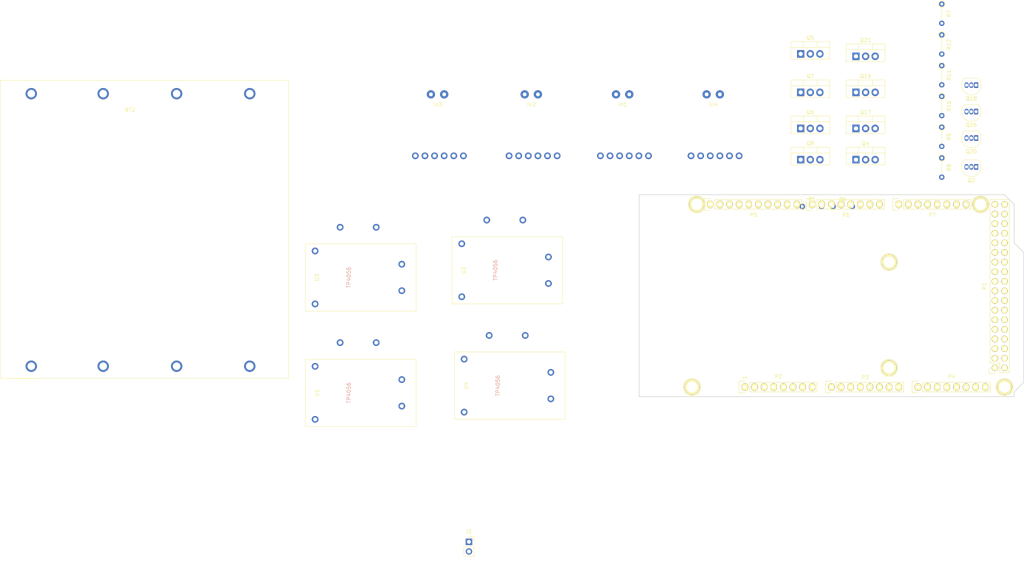
<source format=kicad_pcb>
(kicad_pcb (version 20171130) (host pcbnew "(5.1.9)-1")

  (general
    (thickness 1.6)
    (drawings 27)
    (tracks 0)
    (zones 0)
    (modules 43)
    (nets 38)
  )

  (page A4)
  (title_block
    (date "mar. 31 mars 2015")
  )

  (layers
    (0 F.Cu signal)
    (31 B.Cu signal)
    (32 B.Adhes user)
    (33 F.Adhes user)
    (34 B.Paste user)
    (35 F.Paste user)
    (36 B.SilkS user)
    (37 F.SilkS user)
    (38 B.Mask user)
    (39 F.Mask user)
    (40 Dwgs.User user)
    (41 Cmts.User user)
    (42 Eco1.User user)
    (43 Eco2.User user)
    (44 Edge.Cuts user)
    (45 Margin user)
    (46 B.CrtYd user)
    (47 F.CrtYd user)
    (48 B.Fab user)
    (49 F.Fab user)
  )

  (setup
    (last_trace_width 0.25)
    (trace_clearance 0.2)
    (zone_clearance 0.508)
    (zone_45_only no)
    (trace_min 0.2)
    (via_size 0.6)
    (via_drill 0.4)
    (via_min_size 0.4)
    (via_min_drill 0.3)
    (uvia_size 0.3)
    (uvia_drill 0.1)
    (uvias_allowed no)
    (uvia_min_size 0.2)
    (uvia_min_drill 0.1)
    (edge_width 0.15)
    (segment_width 0.15)
    (pcb_text_width 0.3)
    (pcb_text_size 1.5 1.5)
    (mod_edge_width 0.15)
    (mod_text_size 1 1)
    (mod_text_width 0.15)
    (pad_size 4.064 4.064)
    (pad_drill 3.048)
    (pad_to_mask_clearance 0)
    (aux_axis_origin 103.378 121.666)
    (visible_elements 7FFFFFFF)
    (pcbplotparams
      (layerselection 0x00030_80000001)
      (usegerberextensions false)
      (usegerberattributes true)
      (usegerberadvancedattributes true)
      (creategerberjobfile true)
      (excludeedgelayer true)
      (linewidth 0.100000)
      (plotframeref false)
      (viasonmask false)
      (mode 1)
      (useauxorigin false)
      (hpglpennumber 1)
      (hpglpenspeed 20)
      (hpglpendiameter 15.000000)
      (psnegative false)
      (psa4output false)
      (plotreference true)
      (plotvalue true)
      (plotinvisibletext false)
      (padsonsilk false)
      (subtractmaskfromsilk false)
      (outputformat 1)
      (mirror false)
      (drillshape 1)
      (scaleselection 1)
      (outputdirectory ""))
  )

  (net 0 "")
  (net 1 GND)
  (net 2 /42)
  (net 3 /43)
  (net 4 /40)
  (net 5 /41)
  (net 6 /24)
  (net 7 /25)
  (net 8 /22)
  (net 9 /23)
  (net 10 +5V)
  (net 11 /A0)
  (net 12 /A1)
  (net 13 /A2)
  (net 14 /A3)
  (net 15 /SCL)
  (net 16 /SDA)
  (net 17 "Net-(BT2-Pad4)")
  (net 18 "Net-(BT2-Pad3)")
  (net 19 "Net-(BT2-Pad2)")
  (net 20 "Net-(BT2-Pad1)")
  (net 21 VCC)
  (net 22 /ina1Drain)
  (net 23 "Net-(Q7-Pad3)")
  (net 24 /ina2Drain)
  (net 25 "Net-(Q6-Pad3)")
  (net 26 /ina3Drain)
  (net 27 "Net-(Q5-Pad3)")
  (net 28 /ina4Drain)
  (net 29 "Net-(Q4-Pad3)")
  (net 30 "Net-(Q2-Pad3)")
  (net 31 "Net-(Q8-Pad2)")
  (net 32 "Net-(Q16-Pad3)")
  (net 33 "Net-(Q17-Pad2)")
  (net 34 "Net-(Q18-Pad3)")
  (net 35 "Net-(Q19-Pad2)")
  (net 36 "Net-(Q20-Pad3)")
  (net 37 "Net-(Q21-Pad2)")

  (net_class Default "This is the default net class."
    (clearance 0.2)
    (trace_width 0.25)
    (via_dia 0.6)
    (via_drill 0.4)
    (uvia_dia 0.3)
    (uvia_drill 0.1)
    (add_net +5V)
    (add_net /22)
    (add_net /23)
    (add_net /24)
    (add_net /25)
    (add_net /40)
    (add_net /41)
    (add_net /42)
    (add_net /43)
    (add_net /A0)
    (add_net /A1)
    (add_net /A2)
    (add_net /A3)
    (add_net /SCL)
    (add_net /SDA)
    (add_net /ina1Drain)
    (add_net /ina2Drain)
    (add_net /ina3Drain)
    (add_net /ina4Drain)
    (add_net GND)
    (add_net "Net-(BT2-Pad1)")
    (add_net "Net-(BT2-Pad2)")
    (add_net "Net-(BT2-Pad3)")
    (add_net "Net-(BT2-Pad4)")
    (add_net "Net-(Q16-Pad3)")
    (add_net "Net-(Q17-Pad2)")
    (add_net "Net-(Q18-Pad3)")
    (add_net "Net-(Q19-Pad2)")
    (add_net "Net-(Q2-Pad3)")
    (add_net "Net-(Q20-Pad3)")
    (add_net "Net-(Q21-Pad2)")
    (add_net "Net-(Q4-Pad3)")
    (add_net "Net-(Q5-Pad3)")
    (add_net "Net-(Q6-Pad3)")
    (add_net "Net-(Q7-Pad3)")
    (add_net "Net-(Q8-Pad2)")
    (add_net VCC)
  )

  (module charger:tp4056-breakout (layer F.Cu) (tedit 5FFB1A72) (tstamp 5FFBF12B)
    (at 57.15 118.745 90)
    (path /607470C7)
    (fp_text reference U4 (at 0 0.5 90) (layer F.SilkS)
      (effects (font (size 1 1) (thickness 0.15)))
    )
    (fp_text value tp4056charger (at 0 -0.5 90) (layer F.Fab)
      (effects (font (size 1 1) (thickness 0.15)))
    )
    (fp_line (start 8.89 -2.54) (end -8.89 -2.54) (layer F.SilkS) (width 0.12))
    (fp_line (start 8.89 26.67) (end 8.89 -2.54) (layer F.SilkS) (width 0.12))
    (fp_line (start -8.89 26.67) (end 8.89 26.67) (layer F.SilkS) (width 0.12))
    (fp_line (start -8.89 -2.54) (end -8.89 26.67) (layer F.SilkS) (width 0.12))
    (fp_text user TP4056 (at 0 8.89 90) (layer B.SilkS)
      (effects (font (size 1 1) (thickness 0.15)))
    )
    (pad 6 thru_hole circle (at 13.26 16.135 180) (size 1.778 1.778) (drill 1) (layers *.Cu *.Mask)
      (net 14 /A3) (solder_mask_margin 0.0762))
    (pad 5 thru_hole circle (at 13.26 6.61 180) (size 1.778 1.778) (drill 1) (layers *.Cu *.Mask)
      (net 3 /43) (solder_mask_margin 0.0762))
    (pad 4 thru_hole circle (at 3.5 22.9 180) (size 1.778 1.778) (drill 1) (layers *.Cu *.Mask)
      (net 1 GND) (solder_mask_margin 0.0762))
    (pad 3 thru_hole circle (at -3.5 22.9 180) (size 1.778 1.778) (drill 1) (layers *.Cu *.Mask)
      (net 28 /ina4Drain) (solder_mask_margin 0.0762))
    (pad 2 thru_hole circle (at 7 0 180) (size 1.778 1.778) (drill 1) (layers *.Cu *.Mask)
      (net 1 GND) (solder_mask_margin 0.0762))
    (pad 1 thru_hole circle (at -7 0 180) (size 1.778 1.778) (drill 1) (layers *.Cu *.Mask)
      (net 21 VCC) (solder_mask_margin 0.0762))
  )

  (module charger:tp4056-breakout (layer F.Cu) (tedit 5FFB1A72) (tstamp 5FFBF11C)
    (at 17.78 90.17 90)
    (path /60746CAB)
    (fp_text reference U3 (at 0 0.5 90) (layer F.SilkS)
      (effects (font (size 1 1) (thickness 0.15)))
    )
    (fp_text value tp4056charger (at 0 -0.5 90) (layer F.Fab)
      (effects (font (size 1 1) (thickness 0.15)))
    )
    (fp_line (start 8.89 -2.54) (end -8.89 -2.54) (layer F.SilkS) (width 0.12))
    (fp_line (start 8.89 26.67) (end 8.89 -2.54) (layer F.SilkS) (width 0.12))
    (fp_line (start -8.89 26.67) (end 8.89 26.67) (layer F.SilkS) (width 0.12))
    (fp_line (start -8.89 -2.54) (end -8.89 26.67) (layer F.SilkS) (width 0.12))
    (fp_text user TP4056 (at 0 8.89 90) (layer B.SilkS)
      (effects (font (size 1 1) (thickness 0.15)))
    )
    (pad 6 thru_hole circle (at 13.26 16.135 180) (size 1.778 1.778) (drill 1) (layers *.Cu *.Mask)
      (net 13 /A2) (solder_mask_margin 0.0762))
    (pad 5 thru_hole circle (at 13.26 6.61 180) (size 1.778 1.778) (drill 1) (layers *.Cu *.Mask)
      (net 2 /42) (solder_mask_margin 0.0762))
    (pad 4 thru_hole circle (at 3.5 22.9 180) (size 1.778 1.778) (drill 1) (layers *.Cu *.Mask)
      (net 1 GND) (solder_mask_margin 0.0762))
    (pad 3 thru_hole circle (at -3.5 22.9 180) (size 1.778 1.778) (drill 1) (layers *.Cu *.Mask)
      (net 26 /ina3Drain) (solder_mask_margin 0.0762))
    (pad 2 thru_hole circle (at 7 0 180) (size 1.778 1.778) (drill 1) (layers *.Cu *.Mask)
      (net 1 GND) (solder_mask_margin 0.0762))
    (pad 1 thru_hole circle (at -7 0 180) (size 1.778 1.778) (drill 1) (layers *.Cu *.Mask)
      (net 21 VCC) (solder_mask_margin 0.0762))
  )

  (module charger:tp4056-breakout (layer F.Cu) (tedit 5FFB1A72) (tstamp 5FFBF10D)
    (at 56.515 88.265 90)
    (path /607468A0)
    (fp_text reference U2 (at 0 0.5 90) (layer F.SilkS)
      (effects (font (size 1 1) (thickness 0.15)))
    )
    (fp_text value tp4056charger (at 0 -0.5 90) (layer F.Fab)
      (effects (font (size 1 1) (thickness 0.15)))
    )
    (fp_line (start 8.89 -2.54) (end -8.89 -2.54) (layer F.SilkS) (width 0.12))
    (fp_line (start 8.89 26.67) (end 8.89 -2.54) (layer F.SilkS) (width 0.12))
    (fp_line (start -8.89 26.67) (end 8.89 26.67) (layer F.SilkS) (width 0.12))
    (fp_line (start -8.89 -2.54) (end -8.89 26.67) (layer F.SilkS) (width 0.12))
    (fp_text user TP4056 (at 0 8.89 90) (layer B.SilkS)
      (effects (font (size 1 1) (thickness 0.15)))
    )
    (pad 6 thru_hole circle (at 13.26 16.135 180) (size 1.778 1.778) (drill 1) (layers *.Cu *.Mask)
      (net 12 /A1) (solder_mask_margin 0.0762))
    (pad 5 thru_hole circle (at 13.26 6.61 180) (size 1.778 1.778) (drill 1) (layers *.Cu *.Mask)
      (net 5 /41) (solder_mask_margin 0.0762))
    (pad 4 thru_hole circle (at 3.5 22.9 180) (size 1.778 1.778) (drill 1) (layers *.Cu *.Mask)
      (net 1 GND) (solder_mask_margin 0.0762))
    (pad 3 thru_hole circle (at -3.5 22.9 180) (size 1.778 1.778) (drill 1) (layers *.Cu *.Mask)
      (net 24 /ina2Drain) (solder_mask_margin 0.0762))
    (pad 2 thru_hole circle (at 7 0 180) (size 1.778 1.778) (drill 1) (layers *.Cu *.Mask)
      (net 1 GND) (solder_mask_margin 0.0762))
    (pad 1 thru_hole circle (at -7 0 180) (size 1.778 1.778) (drill 1) (layers *.Cu *.Mask)
      (net 21 VCC) (solder_mask_margin 0.0762))
  )

  (module charger:tp4056-breakout (layer F.Cu) (tedit 5FFB1A72) (tstamp 5FFBF0FE)
    (at 17.78 120.65 90)
    (path /60744B4E)
    (fp_text reference U1 (at 0 0.5 90) (layer F.SilkS)
      (effects (font (size 1 1) (thickness 0.15)))
    )
    (fp_text value tp4056charger (at 0 -0.5 90) (layer F.Fab)
      (effects (font (size 1 1) (thickness 0.15)))
    )
    (fp_line (start 8.89 -2.54) (end -8.89 -2.54) (layer F.SilkS) (width 0.12))
    (fp_line (start 8.89 26.67) (end 8.89 -2.54) (layer F.SilkS) (width 0.12))
    (fp_line (start -8.89 26.67) (end 8.89 26.67) (layer F.SilkS) (width 0.12))
    (fp_line (start -8.89 -2.54) (end -8.89 26.67) (layer F.SilkS) (width 0.12))
    (fp_text user TP4056 (at 0 8.89 90) (layer B.SilkS)
      (effects (font (size 1 1) (thickness 0.15)))
    )
    (pad 6 thru_hole circle (at 13.26 16.135 180) (size 1.778 1.778) (drill 1) (layers *.Cu *.Mask)
      (net 11 /A0) (solder_mask_margin 0.0762))
    (pad 5 thru_hole circle (at 13.26 6.61 180) (size 1.778 1.778) (drill 1) (layers *.Cu *.Mask)
      (net 4 /40) (solder_mask_margin 0.0762))
    (pad 4 thru_hole circle (at 3.5 22.9 180) (size 1.778 1.778) (drill 1) (layers *.Cu *.Mask)
      (net 1 GND) (solder_mask_margin 0.0762))
    (pad 3 thru_hole circle (at -3.5 22.9 180) (size 1.778 1.778) (drill 1) (layers *.Cu *.Mask)
      (net 22 /ina1Drain) (solder_mask_margin 0.0762))
    (pad 2 thru_hole circle (at 7 0 180) (size 1.778 1.778) (drill 1) (layers *.Cu *.Mask)
      (net 1 GND) (solder_mask_margin 0.0762))
    (pad 1 thru_hole circle (at -7 0 180) (size 1.778 1.778) (drill 1) (layers *.Cu *.Mask)
      (net 21 VCC) (solder_mask_margin 0.0762))
  )

  (module Resistor_THT:R_Axial_DIN0204_L3.6mm_D1.6mm_P5.08mm_Vertical (layer F.Cu) (tedit 5AE5139B) (tstamp 5FFBF0EF)
    (at 183.325 26.08 270)
    (descr "Resistor, Axial_DIN0204 series, Axial, Vertical, pin pitch=5.08mm, 0.167W, length*diameter=3.6*1.6mm^2, http://cdn-reichelt.de/documents/datenblatt/B400/1_4W%23YAG.pdf")
    (tags "Resistor Axial_DIN0204 series Axial Vertical pin pitch 5.08mm 0.167W length 3.6mm diameter 1.6mm")
    (path /6060919A)
    (fp_text reference R12 (at 2.54 -1.92 90) (layer F.SilkS)
      (effects (font (size 1 1) (thickness 0.15)))
    )
    (fp_text value 10k (at 2.54 1.92 90) (layer F.Fab)
      (effects (font (size 1 1) (thickness 0.15)))
    )
    (fp_line (start 6.03 -1.05) (end -1.05 -1.05) (layer F.CrtYd) (width 0.05))
    (fp_line (start 6.03 1.05) (end 6.03 -1.05) (layer F.CrtYd) (width 0.05))
    (fp_line (start -1.05 1.05) (end 6.03 1.05) (layer F.CrtYd) (width 0.05))
    (fp_line (start -1.05 -1.05) (end -1.05 1.05) (layer F.CrtYd) (width 0.05))
    (fp_line (start 0.92 0) (end 4.08 0) (layer F.SilkS) (width 0.12))
    (fp_line (start 0 0) (end 5.08 0) (layer F.Fab) (width 0.1))
    (fp_circle (center 0 0) (end 0.92 0) (layer F.SilkS) (width 0.12))
    (fp_circle (center 0 0) (end 0.8 0) (layer F.Fab) (width 0.1))
    (fp_text user %R (at 2.54 -1.92 90) (layer F.Fab)
      (effects (font (size 1 1) (thickness 0.15)))
    )
    (pad 2 thru_hole oval (at 5.08 0 270) (size 1.4 1.4) (drill 0.7) (layers *.Cu *.Mask)
      (net 36 "Net-(Q20-Pad3)"))
    (pad 1 thru_hole circle (at 0 0 270) (size 1.4 1.4) (drill 0.7) (layers *.Cu *.Mask)
      (net 37 "Net-(Q21-Pad2)"))
    (model ${KISYS3DMOD}/Resistor_THT.3dshapes/R_Axial_DIN0204_L3.6mm_D1.6mm_P5.08mm_Vertical.wrl
      (at (xyz 0 0 0))
      (scale (xyz 1 1 1))
      (rotate (xyz 0 0 0))
    )
  )

  (module Resistor_THT:R_Axial_DIN0204_L3.6mm_D1.6mm_P5.08mm_Vertical (layer F.Cu) (tedit 5AE5139B) (tstamp 5FFBF0E0)
    (at 183.325 34.21 270)
    (descr "Resistor, Axial_DIN0204 series, Axial, Vertical, pin pitch=5.08mm, 0.167W, length*diameter=3.6*1.6mm^2, http://cdn-reichelt.de/documents/datenblatt/B400/1_4W%23YAG.pdf")
    (tags "Resistor Axial_DIN0204 series Axial Vertical pin pitch 5.08mm 0.167W length 3.6mm diameter 1.6mm")
    (path /60608DD3)
    (fp_text reference R11 (at 2.54 -1.92 90) (layer F.SilkS)
      (effects (font (size 1 1) (thickness 0.15)))
    )
    (fp_text value 10k (at 2.54 1.92 90) (layer F.Fab)
      (effects (font (size 1 1) (thickness 0.15)))
    )
    (fp_line (start 6.03 -1.05) (end -1.05 -1.05) (layer F.CrtYd) (width 0.05))
    (fp_line (start 6.03 1.05) (end 6.03 -1.05) (layer F.CrtYd) (width 0.05))
    (fp_line (start -1.05 1.05) (end 6.03 1.05) (layer F.CrtYd) (width 0.05))
    (fp_line (start -1.05 -1.05) (end -1.05 1.05) (layer F.CrtYd) (width 0.05))
    (fp_line (start 0.92 0) (end 4.08 0) (layer F.SilkS) (width 0.12))
    (fp_line (start 0 0) (end 5.08 0) (layer F.Fab) (width 0.1))
    (fp_circle (center 0 0) (end 0.92 0) (layer F.SilkS) (width 0.12))
    (fp_circle (center 0 0) (end 0.8 0) (layer F.Fab) (width 0.1))
    (fp_text user %R (at 2.54 -1.92 90) (layer F.Fab)
      (effects (font (size 1 1) (thickness 0.15)))
    )
    (pad 2 thru_hole oval (at 5.08 0 270) (size 1.4 1.4) (drill 0.7) (layers *.Cu *.Mask)
      (net 34 "Net-(Q18-Pad3)"))
    (pad 1 thru_hole circle (at 0 0 270) (size 1.4 1.4) (drill 0.7) (layers *.Cu *.Mask)
      (net 35 "Net-(Q19-Pad2)"))
    (model ${KISYS3DMOD}/Resistor_THT.3dshapes/R_Axial_DIN0204_L3.6mm_D1.6mm_P5.08mm_Vertical.wrl
      (at (xyz 0 0 0))
      (scale (xyz 1 1 1))
      (rotate (xyz 0 0 0))
    )
  )

  (module Resistor_THT:R_Axial_DIN0204_L3.6mm_D1.6mm_P5.08mm_Vertical (layer F.Cu) (tedit 5AE5139B) (tstamp 5FFBF0D1)
    (at 183.325 42.34 270)
    (descr "Resistor, Axial_DIN0204 series, Axial, Vertical, pin pitch=5.08mm, 0.167W, length*diameter=3.6*1.6mm^2, http://cdn-reichelt.de/documents/datenblatt/B400/1_4W%23YAG.pdf")
    (tags "Resistor Axial_DIN0204 series Axial Vertical pin pitch 5.08mm 0.167W length 3.6mm diameter 1.6mm")
    (path /60608A8A)
    (fp_text reference R10 (at 2.54 -1.92 90) (layer F.SilkS)
      (effects (font (size 1 1) (thickness 0.15)))
    )
    (fp_text value 10k (at 2.54 1.92 90) (layer F.Fab)
      (effects (font (size 1 1) (thickness 0.15)))
    )
    (fp_line (start 6.03 -1.05) (end -1.05 -1.05) (layer F.CrtYd) (width 0.05))
    (fp_line (start 6.03 1.05) (end 6.03 -1.05) (layer F.CrtYd) (width 0.05))
    (fp_line (start -1.05 1.05) (end 6.03 1.05) (layer F.CrtYd) (width 0.05))
    (fp_line (start -1.05 -1.05) (end -1.05 1.05) (layer F.CrtYd) (width 0.05))
    (fp_line (start 0.92 0) (end 4.08 0) (layer F.SilkS) (width 0.12))
    (fp_line (start 0 0) (end 5.08 0) (layer F.Fab) (width 0.1))
    (fp_circle (center 0 0) (end 0.92 0) (layer F.SilkS) (width 0.12))
    (fp_circle (center 0 0) (end 0.8 0) (layer F.Fab) (width 0.1))
    (fp_text user %R (at 2.54 -1.92 90) (layer F.Fab)
      (effects (font (size 1 1) (thickness 0.15)))
    )
    (pad 2 thru_hole oval (at 5.08 0 270) (size 1.4 1.4) (drill 0.7) (layers *.Cu *.Mask)
      (net 32 "Net-(Q16-Pad3)"))
    (pad 1 thru_hole circle (at 0 0 270) (size 1.4 1.4) (drill 0.7) (layers *.Cu *.Mask)
      (net 33 "Net-(Q17-Pad2)"))
    (model ${KISYS3DMOD}/Resistor_THT.3dshapes/R_Axial_DIN0204_L3.6mm_D1.6mm_P5.08mm_Vertical.wrl
      (at (xyz 0 0 0))
      (scale (xyz 1 1 1))
      (rotate (xyz 0 0 0))
    )
  )

  (module Resistor_THT:R_Axial_DIN0204_L3.6mm_D1.6mm_P5.08mm_Vertical (layer F.Cu) (tedit 5AE5139B) (tstamp 5FFBF0C2)
    (at 183.325 50.47 270)
    (descr "Resistor, Axial_DIN0204 series, Axial, Vertical, pin pitch=5.08mm, 0.167W, length*diameter=3.6*1.6mm^2, http://cdn-reichelt.de/documents/datenblatt/B400/1_4W%23YAG.pdf")
    (tags "Resistor Axial_DIN0204 series Axial Vertical pin pitch 5.08mm 0.167W length 3.6mm diameter 1.6mm")
    (path /605FC7F9)
    (fp_text reference R9 (at 2.54 -1.92 90) (layer F.SilkS)
      (effects (font (size 1 1) (thickness 0.15)))
    )
    (fp_text value 10k (at 2.54 1.92 90) (layer F.Fab)
      (effects (font (size 1 1) (thickness 0.15)))
    )
    (fp_line (start 6.03 -1.05) (end -1.05 -1.05) (layer F.CrtYd) (width 0.05))
    (fp_line (start 6.03 1.05) (end 6.03 -1.05) (layer F.CrtYd) (width 0.05))
    (fp_line (start -1.05 1.05) (end 6.03 1.05) (layer F.CrtYd) (width 0.05))
    (fp_line (start -1.05 -1.05) (end -1.05 1.05) (layer F.CrtYd) (width 0.05))
    (fp_line (start 0.92 0) (end 4.08 0) (layer F.SilkS) (width 0.12))
    (fp_line (start 0 0) (end 5.08 0) (layer F.Fab) (width 0.1))
    (fp_circle (center 0 0) (end 0.92 0) (layer F.SilkS) (width 0.12))
    (fp_circle (center 0 0) (end 0.8 0) (layer F.Fab) (width 0.1))
    (fp_text user %R (at 2.54 -1.92 90) (layer F.Fab)
      (effects (font (size 1 1) (thickness 0.15)))
    )
    (pad 2 thru_hole oval (at 5.08 0 270) (size 1.4 1.4) (drill 0.7) (layers *.Cu *.Mask)
      (net 30 "Net-(Q2-Pad3)"))
    (pad 1 thru_hole circle (at 0 0 270) (size 1.4 1.4) (drill 0.7) (layers *.Cu *.Mask)
      (net 31 "Net-(Q8-Pad2)"))
    (model ${KISYS3DMOD}/Resistor_THT.3dshapes/R_Axial_DIN0204_L3.6mm_D1.6mm_P5.08mm_Vertical.wrl
      (at (xyz 0 0 0))
      (scale (xyz 1 1 1))
      (rotate (xyz 0 0 0))
    )
  )

  (module Resistor_THT:R_Axial_DIN0204_L3.6mm_D1.6mm_P5.08mm_Vertical (layer F.Cu) (tedit 5AE5139B) (tstamp 5FFBF0B3)
    (at 183.325 58.6 270)
    (descr "Resistor, Axial_DIN0204 series, Axial, Vertical, pin pitch=5.08mm, 0.167W, length*diameter=3.6*1.6mm^2, http://cdn-reichelt.de/documents/datenblatt/B400/1_4W%23YAG.pdf")
    (tags "Resistor Axial_DIN0204 series Axial Vertical pin pitch 5.08mm 0.167W length 3.6mm diameter 1.6mm")
    (path /602DDDA6)
    (fp_text reference R8 (at 2.54 -1.92 90) (layer F.SilkS)
      (effects (font (size 1 1) (thickness 0.15)))
    )
    (fp_text value 5R (at 2.54 1.92 90) (layer F.Fab)
      (effects (font (size 1 1) (thickness 0.15)))
    )
    (fp_line (start 6.03 -1.05) (end -1.05 -1.05) (layer F.CrtYd) (width 0.05))
    (fp_line (start 6.03 1.05) (end 6.03 -1.05) (layer F.CrtYd) (width 0.05))
    (fp_line (start -1.05 1.05) (end 6.03 1.05) (layer F.CrtYd) (width 0.05))
    (fp_line (start -1.05 -1.05) (end -1.05 1.05) (layer F.CrtYd) (width 0.05))
    (fp_line (start 0.92 0) (end 4.08 0) (layer F.SilkS) (width 0.12))
    (fp_line (start 0 0) (end 5.08 0) (layer F.Fab) (width 0.1))
    (fp_circle (center 0 0) (end 0.92 0) (layer F.SilkS) (width 0.12))
    (fp_circle (center 0 0) (end 0.8 0) (layer F.Fab) (width 0.1))
    (fp_text user %R (at 2.54 -1.92 90) (layer F.Fab)
      (effects (font (size 1 1) (thickness 0.15)))
    )
    (pad 2 thru_hole oval (at 5.08 0 270) (size 1.4 1.4) (drill 0.7) (layers *.Cu *.Mask)
      (net 1 GND))
    (pad 1 thru_hole circle (at 0 0 270) (size 1.4 1.4) (drill 0.7) (layers *.Cu *.Mask)
      (net 37 "Net-(Q21-Pad2)"))
    (model ${KISYS3DMOD}/Resistor_THT.3dshapes/R_Axial_DIN0204_L3.6mm_D1.6mm_P5.08mm_Vertical.wrl
      (at (xyz 0 0 0))
      (scale (xyz 1 1 1))
      (rotate (xyz 0 0 0))
    )
  )

  (module Resistor_THT:R_Axial_DIN0204_L3.6mm_D1.6mm_P5.08mm_Vertical (layer F.Cu) (tedit 5AE5139B) (tstamp 5FFBF0A4)
    (at 183.325 17.95 270)
    (descr "Resistor, Axial_DIN0204 series, Axial, Vertical, pin pitch=5.08mm, 0.167W, length*diameter=3.6*1.6mm^2, http://cdn-reichelt.de/documents/datenblatt/B400/1_4W%23YAG.pdf")
    (tags "Resistor Axial_DIN0204 series Axial Vertical pin pitch 5.08mm 0.167W length 3.6mm diameter 1.6mm")
    (path /602DDBC4)
    (fp_text reference R7 (at 2.54 -1.92 90) (layer F.SilkS)
      (effects (font (size 1 1) (thickness 0.15)))
    )
    (fp_text value 5R (at 2.54 1.92 90) (layer F.Fab)
      (effects (font (size 1 1) (thickness 0.15)))
    )
    (fp_line (start 6.03 -1.05) (end -1.05 -1.05) (layer F.CrtYd) (width 0.05))
    (fp_line (start 6.03 1.05) (end 6.03 -1.05) (layer F.CrtYd) (width 0.05))
    (fp_line (start -1.05 1.05) (end 6.03 1.05) (layer F.CrtYd) (width 0.05))
    (fp_line (start -1.05 -1.05) (end -1.05 1.05) (layer F.CrtYd) (width 0.05))
    (fp_line (start 0.92 0) (end 4.08 0) (layer F.SilkS) (width 0.12))
    (fp_line (start 0 0) (end 5.08 0) (layer F.Fab) (width 0.1))
    (fp_circle (center 0 0) (end 0.92 0) (layer F.SilkS) (width 0.12))
    (fp_circle (center 0 0) (end 0.8 0) (layer F.Fab) (width 0.1))
    (fp_text user %R (at 2.54 -1.92 90) (layer F.Fab)
      (effects (font (size 1 1) (thickness 0.15)))
    )
    (pad 2 thru_hole oval (at 5.08 0 270) (size 1.4 1.4) (drill 0.7) (layers *.Cu *.Mask)
      (net 35 "Net-(Q19-Pad2)"))
    (pad 1 thru_hole circle (at 0 0 270) (size 1.4 1.4) (drill 0.7) (layers *.Cu *.Mask)
      (net 1 GND))
    (model ${KISYS3DMOD}/Resistor_THT.3dshapes/R_Axial_DIN0204_L3.6mm_D1.6mm_P5.08mm_Vertical.wrl
      (at (xyz 0 0 0))
      (scale (xyz 1 1 1))
      (rotate (xyz 0 0 0))
    )
  )

  (module Package_TO_SOT_THT:TO-220-3_Vertical (layer F.Cu) (tedit 5AC8BA0D) (tstamp 5FFBF05D)
    (at 160.655 31.75)
    (descr "TO-220-3, Vertical, RM 2.54mm, see https://www.vishay.com/docs/66542/to-220-1.pdf")
    (tags "TO-220-3 Vertical RM 2.54mm")
    (path /603B4983)
    (fp_text reference Q21 (at 2.54 -4.27) (layer F.SilkS)
      (effects (font (size 1 1) (thickness 0.15)))
    )
    (fp_text value NDP6020 (at 2.54 2.5) (layer F.Fab)
      (effects (font (size 1 1) (thickness 0.15)))
    )
    (fp_line (start 7.79 -3.4) (end -2.71 -3.4) (layer F.CrtYd) (width 0.05))
    (fp_line (start 7.79 1.51) (end 7.79 -3.4) (layer F.CrtYd) (width 0.05))
    (fp_line (start -2.71 1.51) (end 7.79 1.51) (layer F.CrtYd) (width 0.05))
    (fp_line (start -2.71 -3.4) (end -2.71 1.51) (layer F.CrtYd) (width 0.05))
    (fp_line (start 4.391 -3.27) (end 4.391 -1.76) (layer F.SilkS) (width 0.12))
    (fp_line (start 0.69 -3.27) (end 0.69 -1.76) (layer F.SilkS) (width 0.12))
    (fp_line (start -2.58 -1.76) (end 7.66 -1.76) (layer F.SilkS) (width 0.12))
    (fp_line (start 7.66 -3.27) (end 7.66 1.371) (layer F.SilkS) (width 0.12))
    (fp_line (start -2.58 -3.27) (end -2.58 1.371) (layer F.SilkS) (width 0.12))
    (fp_line (start -2.58 1.371) (end 7.66 1.371) (layer F.SilkS) (width 0.12))
    (fp_line (start -2.58 -3.27) (end 7.66 -3.27) (layer F.SilkS) (width 0.12))
    (fp_line (start 4.39 -3.15) (end 4.39 -1.88) (layer F.Fab) (width 0.1))
    (fp_line (start 0.69 -3.15) (end 0.69 -1.88) (layer F.Fab) (width 0.1))
    (fp_line (start -2.46 -1.88) (end 7.54 -1.88) (layer F.Fab) (width 0.1))
    (fp_line (start 7.54 -3.15) (end -2.46 -3.15) (layer F.Fab) (width 0.1))
    (fp_line (start 7.54 1.25) (end 7.54 -3.15) (layer F.Fab) (width 0.1))
    (fp_line (start -2.46 1.25) (end 7.54 1.25) (layer F.Fab) (width 0.1))
    (fp_line (start -2.46 -3.15) (end -2.46 1.25) (layer F.Fab) (width 0.1))
    (fp_text user %R (at 2.54 -4.27) (layer F.Fab)
      (effects (font (size 1 1) (thickness 0.15)))
    )
    (pad 3 thru_hole oval (at 5.08 0) (size 1.905 2) (drill 1.1) (layers *.Cu *.Mask)
      (net 28 /ina4Drain))
    (pad 2 thru_hole oval (at 2.54 0) (size 1.905 2) (drill 1.1) (layers *.Cu *.Mask)
      (net 37 "Net-(Q21-Pad2)"))
    (pad 1 thru_hole rect (at 0 0) (size 1.905 2) (drill 1.1) (layers *.Cu *.Mask)
      (net 36 "Net-(Q20-Pad3)"))
    (model ${KISYS3DMOD}/Package_TO_SOT_THT.3dshapes/TO-220-3_Vertical.wrl
      (at (xyz 0 0 0))
      (scale (xyz 1 1 1))
      (rotate (xyz 0 0 0))
    )
  )

  (module Package_TO_SOT_THT:TO-92_Inline (layer F.Cu) (tedit 5A1DD157) (tstamp 5FFBF043)
    (at 192.405 53.34 180)
    (descr "TO-92 leads in-line, narrow, oval pads, drill 0.75mm (see NXP sot054_po.pdf)")
    (tags "to-92 sc-43 sc-43a sot54 PA33 transistor")
    (path /603CC139)
    (fp_text reference Q20 (at 1.27 -3.56) (layer F.SilkS)
      (effects (font (size 1 1) (thickness 0.15)))
    )
    (fp_text value 2SC1815 (at 1.27 2.79) (layer F.Fab)
      (effects (font (size 1 1) (thickness 0.15)))
    )
    (fp_line (start 4 2.01) (end -1.46 2.01) (layer F.CrtYd) (width 0.05))
    (fp_line (start 4 2.01) (end 4 -2.73) (layer F.CrtYd) (width 0.05))
    (fp_line (start -1.46 -2.73) (end -1.46 2.01) (layer F.CrtYd) (width 0.05))
    (fp_line (start -1.46 -2.73) (end 4 -2.73) (layer F.CrtYd) (width 0.05))
    (fp_line (start -0.5 1.75) (end 3 1.75) (layer F.Fab) (width 0.1))
    (fp_line (start -0.53 1.85) (end 3.07 1.85) (layer F.SilkS) (width 0.12))
    (fp_arc (start 1.27 0) (end 1.27 -2.6) (angle 135) (layer F.SilkS) (width 0.12))
    (fp_arc (start 1.27 0) (end 1.27 -2.48) (angle -135) (layer F.Fab) (width 0.1))
    (fp_arc (start 1.27 0) (end 1.27 -2.6) (angle -135) (layer F.SilkS) (width 0.12))
    (fp_arc (start 1.27 0) (end 1.27 -2.48) (angle 135) (layer F.Fab) (width 0.1))
    (fp_text user %R (at 1.27 0) (layer F.Fab)
      (effects (font (size 1 1) (thickness 0.15)))
    )
    (pad 1 thru_hole rect (at 0 0 180) (size 1.05 1.5) (drill 0.75) (layers *.Cu *.Mask)
      (net 7 /25))
    (pad 3 thru_hole oval (at 2.54 0 180) (size 1.05 1.5) (drill 0.75) (layers *.Cu *.Mask)
      (net 36 "Net-(Q20-Pad3)"))
    (pad 2 thru_hole oval (at 1.27 0 180) (size 1.05 1.5) (drill 0.75) (layers *.Cu *.Mask)
      (net 1 GND))
    (model ${KISYS3DMOD}/Package_TO_SOT_THT.3dshapes/TO-92_Inline.wrl
      (at (xyz 0 0 0))
      (scale (xyz 1 1 1))
      (rotate (xyz 0 0 0))
    )
  )

  (module Package_TO_SOT_THT:TO-220-3_Vertical (layer F.Cu) (tedit 5AC8BA0D) (tstamp 5FFBF031)
    (at 160.655 41.275)
    (descr "TO-220-3, Vertical, RM 2.54mm, see https://www.vishay.com/docs/66542/to-220-1.pdf")
    (tags "TO-220-3 Vertical RM 2.54mm")
    (path /603B428A)
    (fp_text reference Q19 (at 2.54 -4.27) (layer F.SilkS)
      (effects (font (size 1 1) (thickness 0.15)))
    )
    (fp_text value NDP6020 (at 2.54 2.5) (layer F.Fab)
      (effects (font (size 1 1) (thickness 0.15)))
    )
    (fp_line (start 7.79 -3.4) (end -2.71 -3.4) (layer F.CrtYd) (width 0.05))
    (fp_line (start 7.79 1.51) (end 7.79 -3.4) (layer F.CrtYd) (width 0.05))
    (fp_line (start -2.71 1.51) (end 7.79 1.51) (layer F.CrtYd) (width 0.05))
    (fp_line (start -2.71 -3.4) (end -2.71 1.51) (layer F.CrtYd) (width 0.05))
    (fp_line (start 4.391 -3.27) (end 4.391 -1.76) (layer F.SilkS) (width 0.12))
    (fp_line (start 0.69 -3.27) (end 0.69 -1.76) (layer F.SilkS) (width 0.12))
    (fp_line (start -2.58 -1.76) (end 7.66 -1.76) (layer F.SilkS) (width 0.12))
    (fp_line (start 7.66 -3.27) (end 7.66 1.371) (layer F.SilkS) (width 0.12))
    (fp_line (start -2.58 -3.27) (end -2.58 1.371) (layer F.SilkS) (width 0.12))
    (fp_line (start -2.58 1.371) (end 7.66 1.371) (layer F.SilkS) (width 0.12))
    (fp_line (start -2.58 -3.27) (end 7.66 -3.27) (layer F.SilkS) (width 0.12))
    (fp_line (start 4.39 -3.15) (end 4.39 -1.88) (layer F.Fab) (width 0.1))
    (fp_line (start 0.69 -3.15) (end 0.69 -1.88) (layer F.Fab) (width 0.1))
    (fp_line (start -2.46 -1.88) (end 7.54 -1.88) (layer F.Fab) (width 0.1))
    (fp_line (start 7.54 -3.15) (end -2.46 -3.15) (layer F.Fab) (width 0.1))
    (fp_line (start 7.54 1.25) (end 7.54 -3.15) (layer F.Fab) (width 0.1))
    (fp_line (start -2.46 1.25) (end 7.54 1.25) (layer F.Fab) (width 0.1))
    (fp_line (start -2.46 -3.15) (end -2.46 1.25) (layer F.Fab) (width 0.1))
    (fp_text user %R (at 2.54 -4.27) (layer F.Fab)
      (effects (font (size 1 1) (thickness 0.15)))
    )
    (pad 3 thru_hole oval (at 5.08 0) (size 1.905 2) (drill 1.1) (layers *.Cu *.Mask)
      (net 26 /ina3Drain))
    (pad 2 thru_hole oval (at 2.54 0) (size 1.905 2) (drill 1.1) (layers *.Cu *.Mask)
      (net 35 "Net-(Q19-Pad2)"))
    (pad 1 thru_hole rect (at 0 0) (size 1.905 2) (drill 1.1) (layers *.Cu *.Mask)
      (net 34 "Net-(Q18-Pad3)"))
    (model ${KISYS3DMOD}/Package_TO_SOT_THT.3dshapes/TO-220-3_Vertical.wrl
      (at (xyz 0 0 0))
      (scale (xyz 1 1 1))
      (rotate (xyz 0 0 0))
    )
  )

  (module Package_TO_SOT_THT:TO-92_Inline (layer F.Cu) (tedit 5A1DD157) (tstamp 5FFBF017)
    (at 192.405 39.37 180)
    (descr "TO-92 leads in-line, narrow, oval pads, drill 0.75mm (see NXP sot054_po.pdf)")
    (tags "to-92 sc-43 sc-43a sot54 PA33 transistor")
    (path /603CB35C)
    (fp_text reference Q18 (at 1.27 -3.56) (layer F.SilkS)
      (effects (font (size 1 1) (thickness 0.15)))
    )
    (fp_text value 2SC1815 (at 1.27 2.79) (layer F.Fab)
      (effects (font (size 1 1) (thickness 0.15)))
    )
    (fp_line (start 4 2.01) (end -1.46 2.01) (layer F.CrtYd) (width 0.05))
    (fp_line (start 4 2.01) (end 4 -2.73) (layer F.CrtYd) (width 0.05))
    (fp_line (start -1.46 -2.73) (end -1.46 2.01) (layer F.CrtYd) (width 0.05))
    (fp_line (start -1.46 -2.73) (end 4 -2.73) (layer F.CrtYd) (width 0.05))
    (fp_line (start -0.5 1.75) (end 3 1.75) (layer F.Fab) (width 0.1))
    (fp_line (start -0.53 1.85) (end 3.07 1.85) (layer F.SilkS) (width 0.12))
    (fp_arc (start 1.27 0) (end 1.27 -2.6) (angle 135) (layer F.SilkS) (width 0.12))
    (fp_arc (start 1.27 0) (end 1.27 -2.48) (angle -135) (layer F.Fab) (width 0.1))
    (fp_arc (start 1.27 0) (end 1.27 -2.6) (angle -135) (layer F.SilkS) (width 0.12))
    (fp_arc (start 1.27 0) (end 1.27 -2.48) (angle 135) (layer F.Fab) (width 0.1))
    (fp_text user %R (at 1.27 0) (layer F.Fab)
      (effects (font (size 1 1) (thickness 0.15)))
    )
    (pad 1 thru_hole rect (at 0 0 180) (size 1.05 1.5) (drill 0.75) (layers *.Cu *.Mask)
      (net 6 /24))
    (pad 3 thru_hole oval (at 2.54 0 180) (size 1.05 1.5) (drill 0.75) (layers *.Cu *.Mask)
      (net 34 "Net-(Q18-Pad3)"))
    (pad 2 thru_hole oval (at 1.27 0 180) (size 1.05 1.5) (drill 0.75) (layers *.Cu *.Mask)
      (net 1 GND))
    (model ${KISYS3DMOD}/Package_TO_SOT_THT.3dshapes/TO-92_Inline.wrl
      (at (xyz 0 0 0))
      (scale (xyz 1 1 1))
      (rotate (xyz 0 0 0))
    )
  )

  (module Package_TO_SOT_THT:TO-220-3_Vertical (layer F.Cu) (tedit 5AC8BA0D) (tstamp 5FFBF005)
    (at 160.655 50.8)
    (descr "TO-220-3, Vertical, RM 2.54mm, see https://www.vishay.com/docs/66542/to-220-1.pdf")
    (tags "TO-220-3 Vertical RM 2.54mm")
    (path /603B2499)
    (fp_text reference Q17 (at 2.54 -4.27) (layer F.SilkS)
      (effects (font (size 1 1) (thickness 0.15)))
    )
    (fp_text value NDP6020 (at 2.54 2.5) (layer F.Fab)
      (effects (font (size 1 1) (thickness 0.15)))
    )
    (fp_line (start 7.79 -3.4) (end -2.71 -3.4) (layer F.CrtYd) (width 0.05))
    (fp_line (start 7.79 1.51) (end 7.79 -3.4) (layer F.CrtYd) (width 0.05))
    (fp_line (start -2.71 1.51) (end 7.79 1.51) (layer F.CrtYd) (width 0.05))
    (fp_line (start -2.71 -3.4) (end -2.71 1.51) (layer F.CrtYd) (width 0.05))
    (fp_line (start 4.391 -3.27) (end 4.391 -1.76) (layer F.SilkS) (width 0.12))
    (fp_line (start 0.69 -3.27) (end 0.69 -1.76) (layer F.SilkS) (width 0.12))
    (fp_line (start -2.58 -1.76) (end 7.66 -1.76) (layer F.SilkS) (width 0.12))
    (fp_line (start 7.66 -3.27) (end 7.66 1.371) (layer F.SilkS) (width 0.12))
    (fp_line (start -2.58 -3.27) (end -2.58 1.371) (layer F.SilkS) (width 0.12))
    (fp_line (start -2.58 1.371) (end 7.66 1.371) (layer F.SilkS) (width 0.12))
    (fp_line (start -2.58 -3.27) (end 7.66 -3.27) (layer F.SilkS) (width 0.12))
    (fp_line (start 4.39 -3.15) (end 4.39 -1.88) (layer F.Fab) (width 0.1))
    (fp_line (start 0.69 -3.15) (end 0.69 -1.88) (layer F.Fab) (width 0.1))
    (fp_line (start -2.46 -1.88) (end 7.54 -1.88) (layer F.Fab) (width 0.1))
    (fp_line (start 7.54 -3.15) (end -2.46 -3.15) (layer F.Fab) (width 0.1))
    (fp_line (start 7.54 1.25) (end 7.54 -3.15) (layer F.Fab) (width 0.1))
    (fp_line (start -2.46 1.25) (end 7.54 1.25) (layer F.Fab) (width 0.1))
    (fp_line (start -2.46 -3.15) (end -2.46 1.25) (layer F.Fab) (width 0.1))
    (fp_text user %R (at 2.54 -4.27) (layer F.Fab)
      (effects (font (size 1 1) (thickness 0.15)))
    )
    (pad 3 thru_hole oval (at 5.08 0) (size 1.905 2) (drill 1.1) (layers *.Cu *.Mask)
      (net 24 /ina2Drain))
    (pad 2 thru_hole oval (at 2.54 0) (size 1.905 2) (drill 1.1) (layers *.Cu *.Mask)
      (net 33 "Net-(Q17-Pad2)"))
    (pad 1 thru_hole rect (at 0 0) (size 1.905 2) (drill 1.1) (layers *.Cu *.Mask)
      (net 32 "Net-(Q16-Pad3)"))
    (model ${KISYS3DMOD}/Package_TO_SOT_THT.3dshapes/TO-220-3_Vertical.wrl
      (at (xyz 0 0 0))
      (scale (xyz 1 1 1))
      (rotate (xyz 0 0 0))
    )
  )

  (module Package_TO_SOT_THT:TO-92_Inline (layer F.Cu) (tedit 5A1DD157) (tstamp 5FFBEFEB)
    (at 192.405 46.355 180)
    (descr "TO-92 leads in-line, narrow, oval pads, drill 0.75mm (see NXP sot054_po.pdf)")
    (tags "to-92 sc-43 sc-43a sot54 PA33 transistor")
    (path /603BF754)
    (fp_text reference Q16 (at 1.27 -3.56) (layer F.SilkS)
      (effects (font (size 1 1) (thickness 0.15)))
    )
    (fp_text value 2SC1815 (at 1.27 2.79) (layer F.Fab)
      (effects (font (size 1 1) (thickness 0.15)))
    )
    (fp_line (start 4 2.01) (end -1.46 2.01) (layer F.CrtYd) (width 0.05))
    (fp_line (start 4 2.01) (end 4 -2.73) (layer F.CrtYd) (width 0.05))
    (fp_line (start -1.46 -2.73) (end -1.46 2.01) (layer F.CrtYd) (width 0.05))
    (fp_line (start -1.46 -2.73) (end 4 -2.73) (layer F.CrtYd) (width 0.05))
    (fp_line (start -0.5 1.75) (end 3 1.75) (layer F.Fab) (width 0.1))
    (fp_line (start -0.53 1.85) (end 3.07 1.85) (layer F.SilkS) (width 0.12))
    (fp_arc (start 1.27 0) (end 1.27 -2.6) (angle 135) (layer F.SilkS) (width 0.12))
    (fp_arc (start 1.27 0) (end 1.27 -2.48) (angle -135) (layer F.Fab) (width 0.1))
    (fp_arc (start 1.27 0) (end 1.27 -2.6) (angle -135) (layer F.SilkS) (width 0.12))
    (fp_arc (start 1.27 0) (end 1.27 -2.48) (angle 135) (layer F.Fab) (width 0.1))
    (fp_text user %R (at 1.27 0) (layer F.Fab)
      (effects (font (size 1 1) (thickness 0.15)))
    )
    (pad 1 thru_hole rect (at 0 0 180) (size 1.05 1.5) (drill 0.75) (layers *.Cu *.Mask)
      (net 9 /23))
    (pad 3 thru_hole oval (at 2.54 0 180) (size 1.05 1.5) (drill 0.75) (layers *.Cu *.Mask)
      (net 32 "Net-(Q16-Pad3)"))
    (pad 2 thru_hole oval (at 1.27 0 180) (size 1.05 1.5) (drill 0.75) (layers *.Cu *.Mask)
      (net 1 GND))
    (model ${KISYS3DMOD}/Package_TO_SOT_THT.3dshapes/TO-92_Inline.wrl
      (at (xyz 0 0 0))
      (scale (xyz 1 1 1))
      (rotate (xyz 0 0 0))
    )
  )

  (module Package_TO_SOT_THT:TO-220-3_Vertical (layer F.Cu) (tedit 5AC8BA0D) (tstamp 5FFBEFD9)
    (at 146.05 59.055)
    (descr "TO-220-3, Vertical, RM 2.54mm, see https://www.vishay.com/docs/66542/to-220-1.pdf")
    (tags "TO-220-3 Vertical RM 2.54mm")
    (path /603B55AB)
    (fp_text reference Q8 (at 2.54 -4.27) (layer F.SilkS)
      (effects (font (size 1 1) (thickness 0.15)))
    )
    (fp_text value NDP6020 (at 2.54 2.5) (layer F.Fab)
      (effects (font (size 1 1) (thickness 0.15)))
    )
    (fp_line (start 7.79 -3.4) (end -2.71 -3.4) (layer F.CrtYd) (width 0.05))
    (fp_line (start 7.79 1.51) (end 7.79 -3.4) (layer F.CrtYd) (width 0.05))
    (fp_line (start -2.71 1.51) (end 7.79 1.51) (layer F.CrtYd) (width 0.05))
    (fp_line (start -2.71 -3.4) (end -2.71 1.51) (layer F.CrtYd) (width 0.05))
    (fp_line (start 4.391 -3.27) (end 4.391 -1.76) (layer F.SilkS) (width 0.12))
    (fp_line (start 0.69 -3.27) (end 0.69 -1.76) (layer F.SilkS) (width 0.12))
    (fp_line (start -2.58 -1.76) (end 7.66 -1.76) (layer F.SilkS) (width 0.12))
    (fp_line (start 7.66 -3.27) (end 7.66 1.371) (layer F.SilkS) (width 0.12))
    (fp_line (start -2.58 -3.27) (end -2.58 1.371) (layer F.SilkS) (width 0.12))
    (fp_line (start -2.58 1.371) (end 7.66 1.371) (layer F.SilkS) (width 0.12))
    (fp_line (start -2.58 -3.27) (end 7.66 -3.27) (layer F.SilkS) (width 0.12))
    (fp_line (start 4.39 -3.15) (end 4.39 -1.88) (layer F.Fab) (width 0.1))
    (fp_line (start 0.69 -3.15) (end 0.69 -1.88) (layer F.Fab) (width 0.1))
    (fp_line (start -2.46 -1.88) (end 7.54 -1.88) (layer F.Fab) (width 0.1))
    (fp_line (start 7.54 -3.15) (end -2.46 -3.15) (layer F.Fab) (width 0.1))
    (fp_line (start 7.54 1.25) (end 7.54 -3.15) (layer F.Fab) (width 0.1))
    (fp_line (start -2.46 1.25) (end 7.54 1.25) (layer F.Fab) (width 0.1))
    (fp_line (start -2.46 -3.15) (end -2.46 1.25) (layer F.Fab) (width 0.1))
    (fp_text user %R (at 2.54 -4.27) (layer F.Fab)
      (effects (font (size 1 1) (thickness 0.15)))
    )
    (pad 3 thru_hole oval (at 5.08 0) (size 1.905 2) (drill 1.1) (layers *.Cu *.Mask)
      (net 22 /ina1Drain))
    (pad 2 thru_hole oval (at 2.54 0) (size 1.905 2) (drill 1.1) (layers *.Cu *.Mask)
      (net 31 "Net-(Q8-Pad2)"))
    (pad 1 thru_hole rect (at 0 0) (size 1.905 2) (drill 1.1) (layers *.Cu *.Mask)
      (net 30 "Net-(Q2-Pad3)"))
    (model ${KISYS3DMOD}/Package_TO_SOT_THT.3dshapes/TO-220-3_Vertical.wrl
      (at (xyz 0 0 0))
      (scale (xyz 1 1 1))
      (rotate (xyz 0 0 0))
    )
  )

  (module Package_TO_SOT_THT:TO-220-3_Vertical (layer F.Cu) (tedit 5AC8BA0D) (tstamp 5FFBEFBF)
    (at 146.05 41.275)
    (descr "TO-220-3, Vertical, RM 2.54mm, see https://www.vishay.com/docs/66542/to-220-1.pdf")
    (tags "TO-220-3 Vertical RM 2.54mm")
    (path /6007B785)
    (fp_text reference Q7 (at 2.54 -4.27) (layer F.SilkS)
      (effects (font (size 1 1) (thickness 0.15)))
    )
    (fp_text value NDP6020 (at 2.54 2.5) (layer F.Fab)
      (effects (font (size 1 1) (thickness 0.15)))
    )
    (fp_line (start 7.79 -3.4) (end -2.71 -3.4) (layer F.CrtYd) (width 0.05))
    (fp_line (start 7.79 1.51) (end 7.79 -3.4) (layer F.CrtYd) (width 0.05))
    (fp_line (start -2.71 1.51) (end 7.79 1.51) (layer F.CrtYd) (width 0.05))
    (fp_line (start -2.71 -3.4) (end -2.71 1.51) (layer F.CrtYd) (width 0.05))
    (fp_line (start 4.391 -3.27) (end 4.391 -1.76) (layer F.SilkS) (width 0.12))
    (fp_line (start 0.69 -3.27) (end 0.69 -1.76) (layer F.SilkS) (width 0.12))
    (fp_line (start -2.58 -1.76) (end 7.66 -1.76) (layer F.SilkS) (width 0.12))
    (fp_line (start 7.66 -3.27) (end 7.66 1.371) (layer F.SilkS) (width 0.12))
    (fp_line (start -2.58 -3.27) (end -2.58 1.371) (layer F.SilkS) (width 0.12))
    (fp_line (start -2.58 1.371) (end 7.66 1.371) (layer F.SilkS) (width 0.12))
    (fp_line (start -2.58 -3.27) (end 7.66 -3.27) (layer F.SilkS) (width 0.12))
    (fp_line (start 4.39 -3.15) (end 4.39 -1.88) (layer F.Fab) (width 0.1))
    (fp_line (start 0.69 -3.15) (end 0.69 -1.88) (layer F.Fab) (width 0.1))
    (fp_line (start -2.46 -1.88) (end 7.54 -1.88) (layer F.Fab) (width 0.1))
    (fp_line (start 7.54 -3.15) (end -2.46 -3.15) (layer F.Fab) (width 0.1))
    (fp_line (start 7.54 1.25) (end 7.54 -3.15) (layer F.Fab) (width 0.1))
    (fp_line (start -2.46 1.25) (end 7.54 1.25) (layer F.Fab) (width 0.1))
    (fp_line (start -2.46 -3.15) (end -2.46 1.25) (layer F.Fab) (width 0.1))
    (fp_text user %R (at 2.54 -4.27) (layer F.Fab)
      (effects (font (size 1 1) (thickness 0.15)))
    )
    (pad 3 thru_hole oval (at 5.08 0) (size 1.905 2) (drill 1.1) (layers *.Cu *.Mask)
      (net 23 "Net-(Q7-Pad3)"))
    (pad 2 thru_hole oval (at 2.54 0) (size 1.905 2) (drill 1.1) (layers *.Cu *.Mask)
      (net 17 "Net-(BT2-Pad4)"))
    (pad 1 thru_hole rect (at 0 0) (size 1.905 2) (drill 1.1) (layers *.Cu *.Mask)
      (net 1 GND))
    (model ${KISYS3DMOD}/Package_TO_SOT_THT.3dshapes/TO-220-3_Vertical.wrl
      (at (xyz 0 0 0))
      (scale (xyz 1 1 1))
      (rotate (xyz 0 0 0))
    )
  )

  (module Package_TO_SOT_THT:TO-220-3_Vertical (layer F.Cu) (tedit 5AC8BA0D) (tstamp 5FFBEF73)
    (at 146.05 31.115)
    (descr "TO-220-3, Vertical, RM 2.54mm, see https://www.vishay.com/docs/66542/to-220-1.pdf")
    (tags "TO-220-3 Vertical RM 2.54mm")
    (path /600884C8)
    (fp_text reference Q5 (at 2.54 -4.27) (layer F.SilkS)
      (effects (font (size 1 1) (thickness 0.15)))
    )
    (fp_text value NDP6020 (at 2.54 2.5) (layer F.Fab)
      (effects (font (size 1 1) (thickness 0.15)))
    )
    (fp_line (start 7.79 -3.4) (end -2.71 -3.4) (layer F.CrtYd) (width 0.05))
    (fp_line (start 7.79 1.51) (end 7.79 -3.4) (layer F.CrtYd) (width 0.05))
    (fp_line (start -2.71 1.51) (end 7.79 1.51) (layer F.CrtYd) (width 0.05))
    (fp_line (start -2.71 -3.4) (end -2.71 1.51) (layer F.CrtYd) (width 0.05))
    (fp_line (start 4.391 -3.27) (end 4.391 -1.76) (layer F.SilkS) (width 0.12))
    (fp_line (start 0.69 -3.27) (end 0.69 -1.76) (layer F.SilkS) (width 0.12))
    (fp_line (start -2.58 -1.76) (end 7.66 -1.76) (layer F.SilkS) (width 0.12))
    (fp_line (start 7.66 -3.27) (end 7.66 1.371) (layer F.SilkS) (width 0.12))
    (fp_line (start -2.58 -3.27) (end -2.58 1.371) (layer F.SilkS) (width 0.12))
    (fp_line (start -2.58 1.371) (end 7.66 1.371) (layer F.SilkS) (width 0.12))
    (fp_line (start -2.58 -3.27) (end 7.66 -3.27) (layer F.SilkS) (width 0.12))
    (fp_line (start 4.39 -3.15) (end 4.39 -1.88) (layer F.Fab) (width 0.1))
    (fp_line (start 0.69 -3.15) (end 0.69 -1.88) (layer F.Fab) (width 0.1))
    (fp_line (start -2.46 -1.88) (end 7.54 -1.88) (layer F.Fab) (width 0.1))
    (fp_line (start 7.54 -3.15) (end -2.46 -3.15) (layer F.Fab) (width 0.1))
    (fp_line (start 7.54 1.25) (end 7.54 -3.15) (layer F.Fab) (width 0.1))
    (fp_line (start -2.46 1.25) (end 7.54 1.25) (layer F.Fab) (width 0.1))
    (fp_line (start -2.46 -3.15) (end -2.46 1.25) (layer F.Fab) (width 0.1))
    (fp_text user %R (at 2.54 -4.27) (layer F.Fab)
      (effects (font (size 1 1) (thickness 0.15)))
    )
    (pad 3 thru_hole oval (at 5.08 0) (size 1.905 2) (drill 1.1) (layers *.Cu *.Mask)
      (net 27 "Net-(Q5-Pad3)"))
    (pad 2 thru_hole oval (at 2.54 0) (size 1.905 2) (drill 1.1) (layers *.Cu *.Mask)
      (net 19 "Net-(BT2-Pad2)"))
    (pad 1 thru_hole rect (at 0 0) (size 1.905 2) (drill 1.1) (layers *.Cu *.Mask)
      (net 1 GND))
    (model ${KISYS3DMOD}/Package_TO_SOT_THT.3dshapes/TO-220-3_Vertical.wrl
      (at (xyz 0 0 0))
      (scale (xyz 1 1 1))
      (rotate (xyz 0 0 0))
    )
  )

  (module Package_TO_SOT_THT:TO-220-3_Vertical (layer F.Cu) (tedit 5AC8BA0D) (tstamp 5FFBEF59)
    (at 160.655 59.055)
    (descr "TO-220-3, Vertical, RM 2.54mm, see https://www.vishay.com/docs/66542/to-220-1.pdf")
    (tags "TO-220-3 Vertical RM 2.54mm")
    (path /60089086)
    (fp_text reference Q4 (at 2.54 -4.27) (layer F.SilkS)
      (effects (font (size 1 1) (thickness 0.15)))
    )
    (fp_text value NDP6020 (at 2.54 2.5) (layer F.Fab)
      (effects (font (size 1 1) (thickness 0.15)))
    )
    (fp_line (start 7.79 -3.4) (end -2.71 -3.4) (layer F.CrtYd) (width 0.05))
    (fp_line (start 7.79 1.51) (end 7.79 -3.4) (layer F.CrtYd) (width 0.05))
    (fp_line (start -2.71 1.51) (end 7.79 1.51) (layer F.CrtYd) (width 0.05))
    (fp_line (start -2.71 -3.4) (end -2.71 1.51) (layer F.CrtYd) (width 0.05))
    (fp_line (start 4.391 -3.27) (end 4.391 -1.76) (layer F.SilkS) (width 0.12))
    (fp_line (start 0.69 -3.27) (end 0.69 -1.76) (layer F.SilkS) (width 0.12))
    (fp_line (start -2.58 -1.76) (end 7.66 -1.76) (layer F.SilkS) (width 0.12))
    (fp_line (start 7.66 -3.27) (end 7.66 1.371) (layer F.SilkS) (width 0.12))
    (fp_line (start -2.58 -3.27) (end -2.58 1.371) (layer F.SilkS) (width 0.12))
    (fp_line (start -2.58 1.371) (end 7.66 1.371) (layer F.SilkS) (width 0.12))
    (fp_line (start -2.58 -3.27) (end 7.66 -3.27) (layer F.SilkS) (width 0.12))
    (fp_line (start 4.39 -3.15) (end 4.39 -1.88) (layer F.Fab) (width 0.1))
    (fp_line (start 0.69 -3.15) (end 0.69 -1.88) (layer F.Fab) (width 0.1))
    (fp_line (start -2.46 -1.88) (end 7.54 -1.88) (layer F.Fab) (width 0.1))
    (fp_line (start 7.54 -3.15) (end -2.46 -3.15) (layer F.Fab) (width 0.1))
    (fp_line (start 7.54 1.25) (end 7.54 -3.15) (layer F.Fab) (width 0.1))
    (fp_line (start -2.46 1.25) (end 7.54 1.25) (layer F.Fab) (width 0.1))
    (fp_line (start -2.46 -3.15) (end -2.46 1.25) (layer F.Fab) (width 0.1))
    (fp_text user %R (at 2.54 -4.27) (layer F.Fab)
      (effects (font (size 1 1) (thickness 0.15)))
    )
    (pad 3 thru_hole oval (at 5.08 0) (size 1.905 2) (drill 1.1) (layers *.Cu *.Mask)
      (net 29 "Net-(Q4-Pad3)"))
    (pad 2 thru_hole oval (at 2.54 0) (size 1.905 2) (drill 1.1) (layers *.Cu *.Mask)
      (net 20 "Net-(BT2-Pad1)"))
    (pad 1 thru_hole rect (at 0 0) (size 1.905 2) (drill 1.1) (layers *.Cu *.Mask)
      (net 1 GND))
    (model ${KISYS3DMOD}/Package_TO_SOT_THT.3dshapes/TO-220-3_Vertical.wrl
      (at (xyz 0 0 0))
      (scale (xyz 1 1 1))
      (rotate (xyz 0 0 0))
    )
  )

  (module Package_TO_SOT_THT:TO-92_Inline (layer F.Cu) (tedit 5A1DD157) (tstamp 5FFBEF3F)
    (at 192.405 60.96 180)
    (descr "TO-92 leads in-line, narrow, oval pads, drill 0.75mm (see NXP sot054_po.pdf)")
    (tags "to-92 sc-43 sc-43a sot54 PA33 transistor")
    (path /603CAE8A)
    (fp_text reference Q2 (at 1.27 -3.56) (layer F.SilkS)
      (effects (font (size 1 1) (thickness 0.15)))
    )
    (fp_text value 2SC1815 (at 1.27 2.79) (layer F.Fab)
      (effects (font (size 1 1) (thickness 0.15)))
    )
    (fp_line (start 4 2.01) (end -1.46 2.01) (layer F.CrtYd) (width 0.05))
    (fp_line (start 4 2.01) (end 4 -2.73) (layer F.CrtYd) (width 0.05))
    (fp_line (start -1.46 -2.73) (end -1.46 2.01) (layer F.CrtYd) (width 0.05))
    (fp_line (start -1.46 -2.73) (end 4 -2.73) (layer F.CrtYd) (width 0.05))
    (fp_line (start -0.5 1.75) (end 3 1.75) (layer F.Fab) (width 0.1))
    (fp_line (start -0.53 1.85) (end 3.07 1.85) (layer F.SilkS) (width 0.12))
    (fp_arc (start 1.27 0) (end 1.27 -2.6) (angle 135) (layer F.SilkS) (width 0.12))
    (fp_arc (start 1.27 0) (end 1.27 -2.48) (angle -135) (layer F.Fab) (width 0.1))
    (fp_arc (start 1.27 0) (end 1.27 -2.6) (angle -135) (layer F.SilkS) (width 0.12))
    (fp_arc (start 1.27 0) (end 1.27 -2.48) (angle 135) (layer F.Fab) (width 0.1))
    (fp_text user %R (at 1.27 0) (layer F.Fab)
      (effects (font (size 1 1) (thickness 0.15)))
    )
    (pad 1 thru_hole rect (at 0 0 180) (size 1.05 1.5) (drill 0.75) (layers *.Cu *.Mask)
      (net 8 /22))
    (pad 3 thru_hole oval (at 2.54 0 180) (size 1.05 1.5) (drill 0.75) (layers *.Cu *.Mask)
      (net 30 "Net-(Q2-Pad3)"))
    (pad 2 thru_hole oval (at 1.27 0 180) (size 1.05 1.5) (drill 0.75) (layers *.Cu *.Mask)
      (net 1 GND))
    (model ${KISYS3DMOD}/Package_TO_SOT_THT.3dshapes/TO-92_Inline.wrl
      (at (xyz 0 0 0))
      (scale (xyz 1 1 1))
      (rotate (xyz 0 0 0))
    )
  )

  (module Connector_PinSocket_2.54mm:PinSocket_1x02_P2.54mm_Vertical (layer F.Cu) (tedit 5A19A420) (tstamp 5FFBED7F)
    (at 58.42 160.02)
    (descr "Through hole straight socket strip, 1x02, 2.54mm pitch, single row (from Kicad 4.0.7), script generated")
    (tags "Through hole socket strip THT 1x02 2.54mm single row")
    (path /6085BF72)
    (fp_text reference J1 (at 0 -2.77) (layer F.SilkS)
      (effects (font (size 1 1) (thickness 0.15)))
    )
    (fp_text value Barrel_Jack (at 0 5.31) (layer F.Fab)
      (effects (font (size 1 1) (thickness 0.15)))
    )
    (fp_line (start -1.8 4.3) (end -1.8 -1.8) (layer F.CrtYd) (width 0.05))
    (fp_line (start 1.75 4.3) (end -1.8 4.3) (layer F.CrtYd) (width 0.05))
    (fp_line (start 1.75 -1.8) (end 1.75 4.3) (layer F.CrtYd) (width 0.05))
    (fp_line (start -1.8 -1.8) (end 1.75 -1.8) (layer F.CrtYd) (width 0.05))
    (fp_line (start 0 -1.33) (end 1.33 -1.33) (layer F.SilkS) (width 0.12))
    (fp_line (start 1.33 -1.33) (end 1.33 0) (layer F.SilkS) (width 0.12))
    (fp_line (start 1.33 1.27) (end 1.33 3.87) (layer F.SilkS) (width 0.12))
    (fp_line (start -1.33 3.87) (end 1.33 3.87) (layer F.SilkS) (width 0.12))
    (fp_line (start -1.33 1.27) (end -1.33 3.87) (layer F.SilkS) (width 0.12))
    (fp_line (start -1.33 1.27) (end 1.33 1.27) (layer F.SilkS) (width 0.12))
    (fp_line (start -1.27 3.81) (end -1.27 -1.27) (layer F.Fab) (width 0.1))
    (fp_line (start 1.27 3.81) (end -1.27 3.81) (layer F.Fab) (width 0.1))
    (fp_line (start 1.27 -0.635) (end 1.27 3.81) (layer F.Fab) (width 0.1))
    (fp_line (start 0.635 -1.27) (end 1.27 -0.635) (layer F.Fab) (width 0.1))
    (fp_line (start -1.27 -1.27) (end 0.635 -1.27) (layer F.Fab) (width 0.1))
    (fp_text user %R (at 0 1.27 90) (layer F.Fab)
      (effects (font (size 1 1) (thickness 0.15)))
    )
    (pad 2 thru_hole oval (at 0 2.54) (size 1.7 1.7) (drill 1) (layers *.Cu *.Mask)
      (net 1 GND))
    (pad 1 thru_hole rect (at 0 0) (size 1.7 1.7) (drill 1) (layers *.Cu *.Mask)
      (net 21 VCC))
    (model ${KISYS3DMOD}/Connector_PinSocket_2.54mm.3dshapes/PinSocket_1x02_P2.54mm_Vertical.wrl
      (at (xyz 0 0 0))
      (scale (xyz 1 1 1))
      (rotate (xyz 0 0 0))
    )
  )

  (module charger:ina219_footprint (layer F.Cu) (tedit 5FFA0E70) (tstamp 5FFBED69)
    (at 118.55 52.705)
    (path /603427D7)
    (fp_text reference in4 (at 4.445 -8.255) (layer F.SilkS)
      (effects (font (size 1 1) (thickness 0.15)))
    )
    (fp_text value Ina219-breakout (at 0 -1.08) (layer F.Fab)
      (effects (font (size 1 1) (thickness 0.15)))
    )
    (fp_line (start -5.715 8.255) (end -5.715 6.35) (layer Dwgs.User) (width 0.12))
    (fp_line (start 14.605 8.255) (end -5.715 8.255) (layer Dwgs.User) (width 0.12))
    (fp_line (start 14.605 -13.97) (end 14.605 8.255) (layer Dwgs.User) (width 0.12))
    (fp_line (start -5.715 -13.97) (end 14.605 -13.97) (layer Dwgs.User) (width 0.12))
    (fp_line (start -5.715 7.62) (end -5.715 -13.97) (layer Dwgs.User) (width 0.12))
    (pad 8 thru_hole circle (at 11.2321 5.3296 90) (size 1.778 1.778) (drill 1) (layers *.Cu *.Mask)
      (solder_mask_margin 0.0762))
    (pad 7 thru_hole circle (at 8.6921 5.3296 90) (size 1.778 1.778) (drill 1) (layers *.Cu *.Mask)
      (solder_mask_margin 0.0762))
    (pad 6 thru_hole circle (at 6.1521 5.3296 90) (size 1.778 1.778) (drill 1) (layers *.Cu *.Mask)
      (net 16 /SDA) (solder_mask_margin 0.0762))
    (pad 5 thru_hole circle (at 3.6121 5.3296 90) (size 1.778 1.778) (drill 1) (layers *.Cu *.Mask)
      (net 15 /SCL) (solder_mask_margin 0.0762))
    (pad 4 thru_hole circle (at 1.0721 5.3296 90) (size 1.778 1.778) (drill 1) (layers *.Cu *.Mask)
      (net 1 GND) (solder_mask_margin 0.0762))
    (pad 3 thru_hole circle (at -1.4679 5.3296 90) (size 1.778 1.778) (drill 1) (layers *.Cu *.Mask)
      (net 21 VCC) (solder_mask_margin 0.0762))
    (pad 1 thru_hole circle (at 2.6541 -10.9034 180) (size 2.1844 2.1844) (drill 1) (layers *.Cu *.Mask)
      (net 28 /ina4Drain) (solder_mask_margin 0.0762))
    (pad 2 thru_hole circle (at 6.1541 -10.9034 180) (size 2.1844 2.1844) (drill 1) (layers *.Cu *.Mask)
      (net 29 "Net-(Q4-Pad3)") (solder_mask_margin 0.0762))
  )

  (module charger:ina219_footprint (layer F.Cu) (tedit 5FFA0E70) (tstamp 5FFBED58)
    (at 45.72 52.705)
    (path /60342325)
    (fp_text reference in3 (at 4.445 -8.255) (layer F.SilkS)
      (effects (font (size 1 1) (thickness 0.15)))
    )
    (fp_text value Ina219-breakout (at 0 -0.5) (layer F.Fab)
      (effects (font (size 1 1) (thickness 0.15)))
    )
    (fp_line (start -5.715 8.255) (end -5.715 6.35) (layer Dwgs.User) (width 0.12))
    (fp_line (start 14.605 8.255) (end -5.715 8.255) (layer Dwgs.User) (width 0.12))
    (fp_line (start 14.605 -13.97) (end 14.605 8.255) (layer Dwgs.User) (width 0.12))
    (fp_line (start -5.715 -13.97) (end 14.605 -13.97) (layer Dwgs.User) (width 0.12))
    (fp_line (start -5.715 7.62) (end -5.715 -13.97) (layer Dwgs.User) (width 0.12))
    (pad 8 thru_hole circle (at 11.2321 5.3296 90) (size 1.778 1.778) (drill 1) (layers *.Cu *.Mask)
      (solder_mask_margin 0.0762))
    (pad 7 thru_hole circle (at 8.6921 5.3296 90) (size 1.778 1.778) (drill 1) (layers *.Cu *.Mask)
      (solder_mask_margin 0.0762))
    (pad 6 thru_hole circle (at 6.1521 5.3296 90) (size 1.778 1.778) (drill 1) (layers *.Cu *.Mask)
      (net 16 /SDA) (solder_mask_margin 0.0762))
    (pad 5 thru_hole circle (at 3.6121 5.3296 90) (size 1.778 1.778) (drill 1) (layers *.Cu *.Mask)
      (net 15 /SCL) (solder_mask_margin 0.0762))
    (pad 4 thru_hole circle (at 1.0721 5.3296 90) (size 1.778 1.778) (drill 1) (layers *.Cu *.Mask)
      (net 1 GND) (solder_mask_margin 0.0762))
    (pad 3 thru_hole circle (at -1.4679 5.3296 90) (size 1.778 1.778) (drill 1) (layers *.Cu *.Mask)
      (solder_mask_margin 0.0762))
    (pad 1 thru_hole circle (at 2.6541 -10.9034 180) (size 2.1844 2.1844) (drill 1) (layers *.Cu *.Mask)
      (net 26 /ina3Drain) (solder_mask_margin 0.0762))
    (pad 2 thru_hole circle (at 6.1541 -10.9034 180) (size 2.1844 2.1844) (drill 1) (layers *.Cu *.Mask)
      (net 27 "Net-(Q5-Pad3)") (solder_mask_margin 0.0762))
  )

  (module charger:ina219_footprint (layer F.Cu) (tedit 5FFA0E70) (tstamp 5FFBED47)
    (at 70.485 52.705)
    (path /60341D40)
    (fp_text reference in2 (at 4.445 -8.255) (layer F.SilkS)
      (effects (font (size 1 1) (thickness 0.15)))
    )
    (fp_text value Ina219-breakout (at 0 -0.5) (layer F.Fab)
      (effects (font (size 1 1) (thickness 0.15)))
    )
    (fp_line (start -5.715 8.255) (end -5.715 6.35) (layer Dwgs.User) (width 0.12))
    (fp_line (start 14.605 8.255) (end -5.715 8.255) (layer Dwgs.User) (width 0.12))
    (fp_line (start 14.605 -13.97) (end 14.605 8.255) (layer Dwgs.User) (width 0.12))
    (fp_line (start -5.715 -13.97) (end 14.605 -13.97) (layer Dwgs.User) (width 0.12))
    (fp_line (start -5.715 7.62) (end -5.715 -13.97) (layer Dwgs.User) (width 0.12))
    (pad 8 thru_hole circle (at 11.2321 5.3296 90) (size 1.778 1.778) (drill 1) (layers *.Cu *.Mask)
      (solder_mask_margin 0.0762))
    (pad 7 thru_hole circle (at 8.6921 5.3296 90) (size 1.778 1.778) (drill 1) (layers *.Cu *.Mask)
      (solder_mask_margin 0.0762))
    (pad 6 thru_hole circle (at 6.1521 5.3296 90) (size 1.778 1.778) (drill 1) (layers *.Cu *.Mask)
      (net 16 /SDA) (solder_mask_margin 0.0762))
    (pad 5 thru_hole circle (at 3.6121 5.3296 90) (size 1.778 1.778) (drill 1) (layers *.Cu *.Mask)
      (net 15 /SCL) (solder_mask_margin 0.0762))
    (pad 4 thru_hole circle (at 1.0721 5.3296 90) (size 1.778 1.778) (drill 1) (layers *.Cu *.Mask)
      (net 1 GND) (solder_mask_margin 0.0762))
    (pad 3 thru_hole circle (at -1.4679 5.3296 90) (size 1.778 1.778) (drill 1) (layers *.Cu *.Mask)
      (net 21 VCC) (solder_mask_margin 0.0762))
    (pad 1 thru_hole circle (at 2.6541 -10.9034 180) (size 2.1844 2.1844) (drill 1) (layers *.Cu *.Mask)
      (net 24 /ina2Drain) (solder_mask_margin 0.0762))
    (pad 2 thru_hole circle (at 6.1541 -10.9034 180) (size 2.1844 2.1844) (drill 1) (layers *.Cu *.Mask)
      (net 25 "Net-(Q6-Pad3)") (solder_mask_margin 0.0762))
  )

  (module charger:ina219_footprint (layer F.Cu) (tedit 5FFA0E70) (tstamp 5FFBED36)
    (at 94.615 52.705)
    (path /6032D018)
    (fp_text reference in1 (at 4.445 -8.255) (layer F.SilkS)
      (effects (font (size 1 1) (thickness 0.15)))
    )
    (fp_text value Ina219-breakout (at 0 -0.5) (layer F.Fab)
      (effects (font (size 1 1) (thickness 0.15)))
    )
    (fp_line (start -5.715 8.255) (end -5.715 6.35) (layer Dwgs.User) (width 0.12))
    (fp_line (start 14.605 8.255) (end -5.715 8.255) (layer Dwgs.User) (width 0.12))
    (fp_line (start 14.605 -13.97) (end 14.605 8.255) (layer Dwgs.User) (width 0.12))
    (fp_line (start -5.715 -13.97) (end 14.605 -13.97) (layer Dwgs.User) (width 0.12))
    (fp_line (start -5.715 7.62) (end -5.715 -13.97) (layer Dwgs.User) (width 0.12))
    (pad 8 thru_hole circle (at 11.2321 5.3296 90) (size 1.778 1.778) (drill 1) (layers *.Cu *.Mask)
      (solder_mask_margin 0.0762))
    (pad 7 thru_hole circle (at 8.6921 5.3296 90) (size 1.778 1.778) (drill 1) (layers *.Cu *.Mask)
      (solder_mask_margin 0.0762))
    (pad 6 thru_hole circle (at 6.1521 5.3296 90) (size 1.778 1.778) (drill 1) (layers *.Cu *.Mask)
      (net 16 /SDA) (solder_mask_margin 0.0762))
    (pad 5 thru_hole circle (at 3.6121 5.3296 90) (size 1.778 1.778) (drill 1) (layers *.Cu *.Mask)
      (net 15 /SCL) (solder_mask_margin 0.0762))
    (pad 4 thru_hole circle (at 1.0721 5.3296 90) (size 1.778 1.778) (drill 1) (layers *.Cu *.Mask)
      (net 1 GND) (solder_mask_margin 0.0762))
    (pad 3 thru_hole circle (at -1.4679 5.3296 90) (size 1.778 1.778) (drill 1) (layers *.Cu *.Mask)
      (net 21 VCC) (solder_mask_margin 0.0762))
    (pad 1 thru_hole circle (at 2.6541 -10.9034 180) (size 2.1844 2.1844) (drill 1) (layers *.Cu *.Mask)
      (net 22 /ina1Drain) (solder_mask_margin 0.0762))
    (pad 2 thru_hole circle (at 6.1541 -10.9034 180) (size 2.1844 2.1844) (drill 1) (layers *.Cu *.Mask)
      (net 23 "Net-(Q7-Pad3)") (solder_mask_margin 0.0762))
  )

  (module charger:battery_holder (layer F.Cu) (tedit 5FFB1B78) (tstamp 5FFBED25)
    (at -32.385 81.28)
    (path /600707C0)
    (solder_mask_margin 1)
    (solder_paste_margin -1)
    (clearance 1)
    (fp_text reference BT2 (at 1.27 -35.41) (layer F.SilkS)
      (effects (font (size 1 1) (thickness 0.15)))
    )
    (fp_text value cellholder_4_18650 (at 1.27 0.15) (layer F.Fab)
      (effects (font (size 1 1) (thickness 0.15)))
    )
    (fp_line (start -33.02 -43.18) (end 43.18 -43.18) (layer F.SilkS) (width 0.12))
    (fp_line (start 43.18 -43.18) (end 43.18 35.56) (layer F.SilkS) (width 0.12))
    (fp_line (start 43.18 35.56) (end -30.48 35.56) (layer F.SilkS) (width 0.12))
    (fp_line (start -33.02 -43.18) (end -33.02 35.56) (layer F.SilkS) (width 0.12))
    (fp_line (start -33.02 35.56) (end -22.86 35.56) (layer F.SilkS) (width 0.12))
    (pad 8 thru_hole circle (at -24.82 32.34) (size 3 3) (drill 2) (layers *.Cu *.Mask)
      (net 1 GND))
    (pad 7 thru_hole circle (at -5.82 32.34) (size 3 3) (drill 2) (layers *.Cu *.Mask)
      (net 1 GND))
    (pad 6 thru_hole circle (at 13.58 32.34) (size 3 3) (drill 2) (layers *.Cu *.Mask)
      (net 1 GND))
    (pad 5 thru_hole circle (at 32.9 32.34) (size 3 3) (drill 2) (layers *.Cu *.Mask)
      (net 1 GND))
    (pad 4 thru_hole circle (at 32.9 -39.66) (size 3 3) (drill 2) (layers *.Cu *.Mask)
      (net 17 "Net-(BT2-Pad4)"))
    (pad 3 thru_hole circle (at 13.58 -39.66) (size 3 3) (drill 2) (layers *.Cu *.Mask)
      (net 18 "Net-(BT2-Pad3)"))
    (pad 2 thru_hole circle (at -5.82 -39.66) (size 3 3) (drill 2) (layers *.Cu *.Mask)
      (net 19 "Net-(BT2-Pad2)"))
    (pad 1 thru_hole circle (at -24.82 -39.66) (size 3 3) (drill 2) (layers *.Cu *.Mask)
      (net 20 "Net-(BT2-Pad1)"))
  )

  (module Package_TO_SOT_THT:TO-220-3_Vertical (layer F.Cu) (tedit 5AC8BA0D) (tstamp 5FFBE1B0)
    (at 146.05 50.8)
    (descr "TO-220-3, Vertical, RM 2.54mm, see https://www.vishay.com/docs/66542/to-220-1.pdf")
    (tags "TO-220-3 Vertical RM 2.54mm")
    (path /6008709D)
    (fp_text reference Q6 (at 2.54 -4.27) (layer F.SilkS)
      (effects (font (size 1 1) (thickness 0.15)))
    )
    (fp_text value NDP6020 (at 2.54 2.5) (layer F.Fab)
      (effects (font (size 1 1) (thickness 0.15)))
    )
    (fp_line (start 7.79 -3.4) (end -2.71 -3.4) (layer F.CrtYd) (width 0.05))
    (fp_line (start 7.79 1.51) (end 7.79 -3.4) (layer F.CrtYd) (width 0.05))
    (fp_line (start -2.71 1.51) (end 7.79 1.51) (layer F.CrtYd) (width 0.05))
    (fp_line (start -2.71 -3.4) (end -2.71 1.51) (layer F.CrtYd) (width 0.05))
    (fp_line (start 4.391 -3.27) (end 4.391 -1.76) (layer F.SilkS) (width 0.12))
    (fp_line (start 0.69 -3.27) (end 0.69 -1.76) (layer F.SilkS) (width 0.12))
    (fp_line (start -2.58 -1.76) (end 7.66 -1.76) (layer F.SilkS) (width 0.12))
    (fp_line (start 7.66 -3.27) (end 7.66 1.371) (layer F.SilkS) (width 0.12))
    (fp_line (start -2.58 -3.27) (end -2.58 1.371) (layer F.SilkS) (width 0.12))
    (fp_line (start -2.58 1.371) (end 7.66 1.371) (layer F.SilkS) (width 0.12))
    (fp_line (start -2.58 -3.27) (end 7.66 -3.27) (layer F.SilkS) (width 0.12))
    (fp_line (start 4.39 -3.15) (end 4.39 -1.88) (layer F.Fab) (width 0.1))
    (fp_line (start 0.69 -3.15) (end 0.69 -1.88) (layer F.Fab) (width 0.1))
    (fp_line (start -2.46 -1.88) (end 7.54 -1.88) (layer F.Fab) (width 0.1))
    (fp_line (start 7.54 -3.15) (end -2.46 -3.15) (layer F.Fab) (width 0.1))
    (fp_line (start 7.54 1.25) (end 7.54 -3.15) (layer F.Fab) (width 0.1))
    (fp_line (start -2.46 1.25) (end 7.54 1.25) (layer F.Fab) (width 0.1))
    (fp_line (start -2.46 -3.15) (end -2.46 1.25) (layer F.Fab) (width 0.1))
    (fp_text user %R (at 2.54 -4.27) (layer F.Fab)
      (effects (font (size 1 1) (thickness 0.15)))
    )
    (pad 3 thru_hole oval (at 5.08 0) (size 1.905 2) (drill 1.1) (layers *.Cu *.Mask)
      (net 25 "Net-(Q6-Pad3)"))
    (pad 2 thru_hole oval (at 2.54 0) (size 1.905 2) (drill 1.1) (layers *.Cu *.Mask)
      (net 18 "Net-(BT2-Pad3)"))
    (pad 1 thru_hole rect (at 0 0) (size 1.905 2) (drill 1.1) (layers *.Cu *.Mask)
      (net 1 GND))
    (model ${KISYS3DMOD}/Package_TO_SOT_THT.3dshapes/TO-220-3_Vertical.wrl
      (at (xyz 0 0 0))
      (scale (xyz 1 1 1))
      (rotate (xyz 0 0 0))
    )
  )

  (module Resistor_THT:R_Axial_DIN0204_L3.6mm_D1.6mm_P5.08mm_Vertical (layer F.Cu) (tedit 5AE5139B) (tstamp 5FFB0EE3)
    (at 146.475 71.425)
    (descr "Resistor, Axial_DIN0204 series, Axial, Vertical, pin pitch=5.08mm, 0.167W, length*diameter=3.6*1.6mm^2, http://cdn-reichelt.de/documents/datenblatt/B400/1_4W%23YAG.pdf")
    (tags "Resistor Axial_DIN0204 series Axial Vertical pin pitch 5.08mm 0.167W length 3.6mm diameter 1.6mm")
    (path /602DD643)
    (fp_text reference R5 (at 2.54 -1.92) (layer F.SilkS)
      (effects (font (size 1 1) (thickness 0.15)))
    )
    (fp_text value 5R (at 2.54 1.92) (layer F.Fab)
      (effects (font (size 1 1) (thickness 0.15)))
    )
    (fp_line (start 6.03 -1.05) (end -1.05 -1.05) (layer F.CrtYd) (width 0.05))
    (fp_line (start 6.03 1.05) (end 6.03 -1.05) (layer F.CrtYd) (width 0.05))
    (fp_line (start -1.05 1.05) (end 6.03 1.05) (layer F.CrtYd) (width 0.05))
    (fp_line (start -1.05 -1.05) (end -1.05 1.05) (layer F.CrtYd) (width 0.05))
    (fp_line (start 0.92 0) (end 4.08 0) (layer F.SilkS) (width 0.12))
    (fp_line (start 0 0) (end 5.08 0) (layer F.Fab) (width 0.1))
    (fp_circle (center 0 0) (end 0.92 0) (layer F.SilkS) (width 0.12))
    (fp_circle (center 0 0) (end 0.8 0) (layer F.Fab) (width 0.1))
    (fp_text user %R (at 2.54 -1.92) (layer F.Fab)
      (effects (font (size 1 1) (thickness 0.15)))
    )
    (pad 2 thru_hole oval (at 5.08 0) (size 1.4 1.4) (drill 0.7) (layers *.Cu *.Mask)
      (net 31 "Net-(Q8-Pad2)"))
    (pad 1 thru_hole circle (at 0 0) (size 1.4 1.4) (drill 0.7) (layers *.Cu *.Mask)
      (net 1 GND))
    (model ${KISYS3DMOD}/Resistor_THT.3dshapes/R_Axial_DIN0204_L3.6mm_D1.6mm_P5.08mm_Vertical.wrl
      (at (xyz 0 0 0))
      (scale (xyz 1 1 1))
      (rotate (xyz 0 0 0))
    )
  )

  (module Resistor_THT:R_Axial_DIN0204_L3.6mm_D1.6mm_P5.08mm_Vertical (layer F.Cu) (tedit 5AE5139B) (tstamp 5FFB0EF2)
    (at 154.605 71.425)
    (descr "Resistor, Axial_DIN0204 series, Axial, Vertical, pin pitch=5.08mm, 0.167W, length*diameter=3.6*1.6mm^2, http://cdn-reichelt.de/documents/datenblatt/B400/1_4W%23YAG.pdf")
    (tags "Resistor Axial_DIN0204 series Axial Vertical pin pitch 5.08mm 0.167W length 3.6mm diameter 1.6mm")
    (path /602DD963)
    (fp_text reference R6 (at 2.54 -1.92) (layer F.SilkS)
      (effects (font (size 1 1) (thickness 0.15)))
    )
    (fp_text value 5R (at 2.54 1.92) (layer F.Fab)
      (effects (font (size 1 1) (thickness 0.15)))
    )
    (fp_line (start 6.03 -1.05) (end -1.05 -1.05) (layer F.CrtYd) (width 0.05))
    (fp_line (start 6.03 1.05) (end 6.03 -1.05) (layer F.CrtYd) (width 0.05))
    (fp_line (start -1.05 1.05) (end 6.03 1.05) (layer F.CrtYd) (width 0.05))
    (fp_line (start -1.05 -1.05) (end -1.05 1.05) (layer F.CrtYd) (width 0.05))
    (fp_line (start 0.92 0) (end 4.08 0) (layer F.SilkS) (width 0.12))
    (fp_line (start 0 0) (end 5.08 0) (layer F.Fab) (width 0.1))
    (fp_circle (center 0 0) (end 0.92 0) (layer F.SilkS) (width 0.12))
    (fp_circle (center 0 0) (end 0.8 0) (layer F.Fab) (width 0.1))
    (fp_text user %R (at 2.54 -1.92) (layer F.Fab)
      (effects (font (size 1 1) (thickness 0.15)))
    )
    (pad 2 thru_hole oval (at 5.08 0) (size 1.4 1.4) (drill 0.7) (layers *.Cu *.Mask)
      (net 33 "Net-(Q17-Pad2)"))
    (pad 1 thru_hole circle (at 0 0) (size 1.4 1.4) (drill 0.7) (layers *.Cu *.Mask)
      (net 1 GND))
    (model ${KISYS3DMOD}/Resistor_THT.3dshapes/R_Axial_DIN0204_L3.6mm_D1.6mm_P5.08mm_Vertical.wrl
      (at (xyz 0 0 0))
      (scale (xyz 1 1 1))
      (rotate (xyz 0 0 0))
    )
  )

  (module Socket_Arduino_Mega:Socket_Strip_Arduino_2x18 locked (layer F.Cu) (tedit 55216789) (tstamp 551AFCE5)
    (at 197.358 114.046 90)
    (descr "Through hole socket strip")
    (tags "socket strip")
    (path /56D743B5)
    (fp_text reference P1 (at 21.59 -2.794 90) (layer F.SilkS)
      (effects (font (size 1 1) (thickness 0.15)))
    )
    (fp_text value Digital (at 21.59 -4.572 90) (layer F.Fab)
      (effects (font (size 1 1) (thickness 0.15)))
    )
    (fp_line (start -1.75 -1.75) (end -1.75 4.3) (layer F.CrtYd) (width 0.05))
    (fp_line (start 44.95 -1.75) (end 44.95 4.3) (layer F.CrtYd) (width 0.05))
    (fp_line (start -1.75 -1.75) (end 44.95 -1.75) (layer F.CrtYd) (width 0.05))
    (fp_line (start -1.75 4.3) (end 44.95 4.3) (layer F.CrtYd) (width 0.05))
    (fp_line (start -1.27 3.81) (end 44.45 3.81) (layer F.SilkS) (width 0.15))
    (fp_line (start 44.45 -1.27) (end 1.27 -1.27) (layer F.SilkS) (width 0.15))
    (fp_line (start 44.45 3.81) (end 44.45 -1.27) (layer F.SilkS) (width 0.15))
    (fp_line (start -1.27 3.81) (end -1.27 1.27) (layer F.SilkS) (width 0.15))
    (fp_line (start 0 -1.55) (end -1.55 -1.55) (layer F.SilkS) (width 0.15))
    (fp_line (start -1.27 1.27) (end 1.27 1.27) (layer F.SilkS) (width 0.15))
    (fp_line (start 1.27 1.27) (end 1.27 -1.27) (layer F.SilkS) (width 0.15))
    (fp_line (start -1.55 -1.55) (end -1.55 0) (layer F.SilkS) (width 0.15))
    (pad 1 thru_hole circle (at 0 0 90) (size 1.7272 1.7272) (drill 1.016) (layers *.Cu *.Mask F.SilkS)
      (net 1 GND))
    (pad 2 thru_hole oval (at 0 2.54 90) (size 1.7272 1.7272) (drill 1.016) (layers *.Cu *.Mask F.SilkS)
      (net 1 GND))
    (pad 3 thru_hole oval (at 2.54 0 90) (size 1.7272 1.7272) (drill 1.016) (layers *.Cu *.Mask F.SilkS))
    (pad 4 thru_hole oval (at 2.54 2.54 90) (size 1.7272 1.7272) (drill 1.016) (layers *.Cu *.Mask F.SilkS))
    (pad 5 thru_hole oval (at 5.08 0 90) (size 1.7272 1.7272) (drill 1.016) (layers *.Cu *.Mask F.SilkS))
    (pad 6 thru_hole oval (at 5.08 2.54 90) (size 1.7272 1.7272) (drill 1.016) (layers *.Cu *.Mask F.SilkS))
    (pad 7 thru_hole oval (at 7.62 0 90) (size 1.7272 1.7272) (drill 1.016) (layers *.Cu *.Mask F.SilkS))
    (pad 8 thru_hole oval (at 7.62 2.54 90) (size 1.7272 1.7272) (drill 1.016) (layers *.Cu *.Mask F.SilkS))
    (pad 9 thru_hole oval (at 10.16 0 90) (size 1.7272 1.7272) (drill 1.016) (layers *.Cu *.Mask F.SilkS))
    (pad 10 thru_hole oval (at 10.16 2.54 90) (size 1.7272 1.7272) (drill 1.016) (layers *.Cu *.Mask F.SilkS))
    (pad 11 thru_hole oval (at 12.7 0 90) (size 1.7272 1.7272) (drill 1.016) (layers *.Cu *.Mask F.SilkS))
    (pad 12 thru_hole oval (at 12.7 2.54 90) (size 1.7272 1.7272) (drill 1.016) (layers *.Cu *.Mask F.SilkS))
    (pad 13 thru_hole oval (at 15.24 0 90) (size 1.7272 1.7272) (drill 1.016) (layers *.Cu *.Mask F.SilkS)
      (net 2 /42))
    (pad 14 thru_hole oval (at 15.24 2.54 90) (size 1.7272 1.7272) (drill 1.016) (layers *.Cu *.Mask F.SilkS)
      (net 3 /43))
    (pad 15 thru_hole oval (at 17.78 0 90) (size 1.7272 1.7272) (drill 1.016) (layers *.Cu *.Mask F.SilkS)
      (net 4 /40))
    (pad 16 thru_hole oval (at 17.78 2.54 90) (size 1.7272 1.7272) (drill 1.016) (layers *.Cu *.Mask F.SilkS)
      (net 5 /41))
    (pad 17 thru_hole oval (at 20.32 0 90) (size 1.7272 1.7272) (drill 1.016) (layers *.Cu *.Mask F.SilkS))
    (pad 18 thru_hole oval (at 20.32 2.54 90) (size 1.7272 1.7272) (drill 1.016) (layers *.Cu *.Mask F.SilkS))
    (pad 19 thru_hole oval (at 22.86 0 90) (size 1.7272 1.7272) (drill 1.016) (layers *.Cu *.Mask F.SilkS))
    (pad 20 thru_hole oval (at 22.86 2.54 90) (size 1.7272 1.7272) (drill 1.016) (layers *.Cu *.Mask F.SilkS))
    (pad 21 thru_hole oval (at 25.4 0 90) (size 1.7272 1.7272) (drill 1.016) (layers *.Cu *.Mask F.SilkS))
    (pad 22 thru_hole oval (at 25.4 2.54 90) (size 1.7272 1.7272) (drill 1.016) (layers *.Cu *.Mask F.SilkS))
    (pad 23 thru_hole oval (at 27.94 0 90) (size 1.7272 1.7272) (drill 1.016) (layers *.Cu *.Mask F.SilkS))
    (pad 24 thru_hole oval (at 27.94 2.54 90) (size 1.7272 1.7272) (drill 1.016) (layers *.Cu *.Mask F.SilkS))
    (pad 25 thru_hole oval (at 30.48 0 90) (size 1.7272 1.7272) (drill 1.016) (layers *.Cu *.Mask F.SilkS))
    (pad 26 thru_hole oval (at 30.48 2.54 90) (size 1.7272 1.7272) (drill 1.016) (layers *.Cu *.Mask F.SilkS))
    (pad 27 thru_hole oval (at 33.02 0 90) (size 1.7272 1.7272) (drill 1.016) (layers *.Cu *.Mask F.SilkS))
    (pad 28 thru_hole oval (at 33.02 2.54 90) (size 1.7272 1.7272) (drill 1.016) (layers *.Cu *.Mask F.SilkS))
    (pad 29 thru_hole oval (at 35.56 0 90) (size 1.7272 1.7272) (drill 1.016) (layers *.Cu *.Mask F.SilkS))
    (pad 30 thru_hole oval (at 35.56 2.54 90) (size 1.7272 1.7272) (drill 1.016) (layers *.Cu *.Mask F.SilkS))
    (pad 31 thru_hole oval (at 38.1 0 90) (size 1.7272 1.7272) (drill 1.016) (layers *.Cu *.Mask F.SilkS)
      (net 6 /24))
    (pad 32 thru_hole oval (at 38.1 2.54 90) (size 1.7272 1.7272) (drill 1.016) (layers *.Cu *.Mask F.SilkS)
      (net 7 /25))
    (pad 33 thru_hole oval (at 40.64 0 90) (size 1.7272 1.7272) (drill 1.016) (layers *.Cu *.Mask F.SilkS)
      (net 8 /22))
    (pad 34 thru_hole oval (at 40.64 2.54 90) (size 1.7272 1.7272) (drill 1.016) (layers *.Cu *.Mask F.SilkS)
      (net 9 /23))
    (pad 35 thru_hole oval (at 43.18 0 90) (size 1.7272 1.7272) (drill 1.016) (layers *.Cu *.Mask F.SilkS)
      (net 10 +5V))
    (pad 36 thru_hole oval (at 43.18 2.54 90) (size 1.7272 1.7272) (drill 1.016) (layers *.Cu *.Mask F.SilkS)
      (net 10 +5V))
    (model ${KIPRJMOD}/Socket_Arduino_Mega.3dshapes/Socket_header_Arduino_2x18.wrl
      (offset (xyz 21.58999967575073 -1.269999980926514 0))
      (scale (xyz 1 1 1))
      (rotate (xyz 0 0 180))
    )
  )

  (module Socket_Arduino_Mega:Socket_Strip_Arduino_1x08 locked (layer F.Cu) (tedit 55216772) (tstamp 551AFD2A)
    (at 177.038 119.126)
    (descr "Through hole socket strip")
    (tags "socket strip")
    (path /56D73A0E)
    (fp_text reference P4 (at 8.89 -2.794) (layer F.SilkS)
      (effects (font (size 1 1) (thickness 0.15)))
    )
    (fp_text value Analog (at 8.89 -4.318) (layer F.Fab)
      (effects (font (size 1 1) (thickness 0.15)))
    )
    (fp_line (start -1.75 -1.75) (end -1.75 1.75) (layer F.CrtYd) (width 0.05))
    (fp_line (start 19.55 -1.75) (end 19.55 1.75) (layer F.CrtYd) (width 0.05))
    (fp_line (start -1.75 -1.75) (end 19.55 -1.75) (layer F.CrtYd) (width 0.05))
    (fp_line (start -1.75 1.75) (end 19.55 1.75) (layer F.CrtYd) (width 0.05))
    (fp_line (start 1.27 1.27) (end 19.05 1.27) (layer F.SilkS) (width 0.15))
    (fp_line (start 19.05 1.27) (end 19.05 -1.27) (layer F.SilkS) (width 0.15))
    (fp_line (start 19.05 -1.27) (end 1.27 -1.27) (layer F.SilkS) (width 0.15))
    (fp_line (start -1.55 1.55) (end 0 1.55) (layer F.SilkS) (width 0.15))
    (fp_line (start 1.27 1.27) (end 1.27 -1.27) (layer F.SilkS) (width 0.15))
    (fp_line (start 0 -1.55) (end -1.55 -1.55) (layer F.SilkS) (width 0.15))
    (fp_line (start -1.55 -1.55) (end -1.55 1.55) (layer F.SilkS) (width 0.15))
    (pad 1 thru_hole oval (at 0 0) (size 1.7272 2.032) (drill 1.016) (layers *.Cu *.Mask F.SilkS))
    (pad 2 thru_hole oval (at 2.54 0) (size 1.7272 2.032) (drill 1.016) (layers *.Cu *.Mask F.SilkS))
    (pad 3 thru_hole oval (at 5.08 0) (size 1.7272 2.032) (drill 1.016) (layers *.Cu *.Mask F.SilkS))
    (pad 4 thru_hole oval (at 7.62 0) (size 1.7272 2.032) (drill 1.016) (layers *.Cu *.Mask F.SilkS))
    (pad 5 thru_hole oval (at 10.16 0) (size 1.7272 2.032) (drill 1.016) (layers *.Cu *.Mask F.SilkS))
    (pad 6 thru_hole oval (at 12.7 0) (size 1.7272 2.032) (drill 1.016) (layers *.Cu *.Mask F.SilkS))
    (pad 7 thru_hole oval (at 15.24 0) (size 1.7272 2.032) (drill 1.016) (layers *.Cu *.Mask F.SilkS))
    (pad 8 thru_hole oval (at 17.78 0) (size 1.7272 2.032) (drill 1.016) (layers *.Cu *.Mask F.SilkS))
    (model ${KIPRJMOD}/Socket_Arduino_Mega.3dshapes/Socket_header_Arduino_1x08.wrl
      (offset (xyz 8.889999866485596 0 0))
      (scale (xyz 1 1 1))
      (rotate (xyz 0 0 180))
    )
  )

  (module Socket_Arduino_Mega:Socket_Strip_Arduino_1x08 locked (layer F.Cu) (tedit 551AFC7F) (tstamp 551AFD5A)
    (at 149.098 70.866)
    (descr "Through hole socket strip")
    (tags "socket strip")
    (path /56D734D0)
    (fp_text reference P6 (at 8.89 2.794) (layer F.SilkS)
      (effects (font (size 1 1) (thickness 0.15)))
    )
    (fp_text value PWM (at 8.89 4.318) (layer F.Fab)
      (effects (font (size 1 1) (thickness 0.15)))
    )
    (fp_line (start -1.75 -1.75) (end -1.75 1.75) (layer F.CrtYd) (width 0.05))
    (fp_line (start 19.55 -1.75) (end 19.55 1.75) (layer F.CrtYd) (width 0.05))
    (fp_line (start -1.75 -1.75) (end 19.55 -1.75) (layer F.CrtYd) (width 0.05))
    (fp_line (start -1.75 1.75) (end 19.55 1.75) (layer F.CrtYd) (width 0.05))
    (fp_line (start 1.27 1.27) (end 19.05 1.27) (layer F.SilkS) (width 0.15))
    (fp_line (start 19.05 1.27) (end 19.05 -1.27) (layer F.SilkS) (width 0.15))
    (fp_line (start 19.05 -1.27) (end 1.27 -1.27) (layer F.SilkS) (width 0.15))
    (fp_line (start -1.55 1.55) (end 0 1.55) (layer F.SilkS) (width 0.15))
    (fp_line (start 1.27 1.27) (end 1.27 -1.27) (layer F.SilkS) (width 0.15))
    (fp_line (start 0 -1.55) (end -1.55 -1.55) (layer F.SilkS) (width 0.15))
    (fp_line (start -1.55 -1.55) (end -1.55 1.55) (layer F.SilkS) (width 0.15))
    (pad 1 thru_hole oval (at 0 0) (size 1.7272 2.032) (drill 1.016) (layers *.Cu *.Mask F.SilkS))
    (pad 2 thru_hole oval (at 2.54 0) (size 1.7272 2.032) (drill 1.016) (layers *.Cu *.Mask F.SilkS))
    (pad 3 thru_hole oval (at 5.08 0) (size 1.7272 2.032) (drill 1.016) (layers *.Cu *.Mask F.SilkS))
    (pad 4 thru_hole oval (at 7.62 0) (size 1.7272 2.032) (drill 1.016) (layers *.Cu *.Mask F.SilkS))
    (pad 5 thru_hole oval (at 10.16 0) (size 1.7272 2.032) (drill 1.016) (layers *.Cu *.Mask F.SilkS))
    (pad 6 thru_hole oval (at 12.7 0) (size 1.7272 2.032) (drill 1.016) (layers *.Cu *.Mask F.SilkS))
    (pad 7 thru_hole oval (at 15.24 0) (size 1.7272 2.032) (drill 1.016) (layers *.Cu *.Mask F.SilkS))
    (pad 8 thru_hole oval (at 17.78 0) (size 1.7272 2.032) (drill 1.016) (layers *.Cu *.Mask F.SilkS))
    (model ${KIPRJMOD}/Socket_Arduino_Mega.3dshapes/Socket_header_Arduino_1x08.wrl
      (offset (xyz 8.889999866485596 0 0))
      (scale (xyz 1 1 1))
      (rotate (xyz 0 0 180))
    )
  )

  (module Socket_Arduino_Mega:Arduino_1pin locked (layer F.Cu) (tedit 5524FDBB) (tstamp 5524FE11)
    (at 199.898 119.126)
    (descr "module 1 pin (ou trou mecanique de percage)")
    (tags DEV)
    (path /56D70CE6)
    (fp_text reference P10 (at 0 -3.048) (layer F.SilkS) hide
      (effects (font (size 1 1) (thickness 0.15)))
    )
    (fp_text value CONN_01X01 (at 0 2.794) (layer F.Fab) hide
      (effects (font (size 1 1) (thickness 0.15)))
    )
    (fp_circle (center 0 0) (end 0 -2.286) (layer F.SilkS) (width 0.15))
    (pad 1 thru_hole circle (at 0 0) (size 4.064 4.064) (drill 3.048) (layers *.Cu *.Mask F.SilkS))
  )

  (module Socket_Arduino_Mega:Socket_Strip_Arduino_1x08 locked (layer F.Cu) (tedit 55216755) (tstamp 551AFCFC)
    (at 131.318 119.126)
    (descr "Through hole socket strip")
    (tags "socket strip")
    (path /56D71773)
    (fp_text reference P2 (at 8.89 -2.794) (layer F.SilkS)
      (effects (font (size 1 1) (thickness 0.15)))
    )
    (fp_text value Power (at 8.89 -4.318) (layer F.Fab)
      (effects (font (size 1 1) (thickness 0.15)))
    )
    (fp_line (start -1.75 -1.75) (end -1.75 1.75) (layer F.CrtYd) (width 0.05))
    (fp_line (start 19.55 -1.75) (end 19.55 1.75) (layer F.CrtYd) (width 0.05))
    (fp_line (start -1.75 -1.75) (end 19.55 -1.75) (layer F.CrtYd) (width 0.05))
    (fp_line (start -1.75 1.75) (end 19.55 1.75) (layer F.CrtYd) (width 0.05))
    (fp_line (start 1.27 1.27) (end 19.05 1.27) (layer F.SilkS) (width 0.15))
    (fp_line (start 19.05 1.27) (end 19.05 -1.27) (layer F.SilkS) (width 0.15))
    (fp_line (start 19.05 -1.27) (end 1.27 -1.27) (layer F.SilkS) (width 0.15))
    (fp_line (start -1.55 1.55) (end 0 1.55) (layer F.SilkS) (width 0.15))
    (fp_line (start 1.27 1.27) (end 1.27 -1.27) (layer F.SilkS) (width 0.15))
    (fp_line (start 0 -1.55) (end -1.55 -1.55) (layer F.SilkS) (width 0.15))
    (fp_line (start -1.55 -1.55) (end -1.55 1.55) (layer F.SilkS) (width 0.15))
    (pad 1 thru_hole oval (at 0 0) (size 1.7272 2.032) (drill 1.016) (layers *.Cu *.Mask F.SilkS))
    (pad 2 thru_hole oval (at 2.54 0) (size 1.7272 2.032) (drill 1.016) (layers *.Cu *.Mask F.SilkS))
    (pad 3 thru_hole oval (at 5.08 0) (size 1.7272 2.032) (drill 1.016) (layers *.Cu *.Mask F.SilkS))
    (pad 4 thru_hole oval (at 7.62 0) (size 1.7272 2.032) (drill 1.016) (layers *.Cu *.Mask F.SilkS))
    (pad 5 thru_hole oval (at 10.16 0) (size 1.7272 2.032) (drill 1.016) (layers *.Cu *.Mask F.SilkS)
      (net 10 +5V))
    (pad 6 thru_hole oval (at 12.7 0) (size 1.7272 2.032) (drill 1.016) (layers *.Cu *.Mask F.SilkS)
      (net 1 GND))
    (pad 7 thru_hole oval (at 15.24 0) (size 1.7272 2.032) (drill 1.016) (layers *.Cu *.Mask F.SilkS)
      (net 1 GND))
    (pad 8 thru_hole oval (at 17.78 0) (size 1.7272 2.032) (drill 1.016) (layers *.Cu *.Mask F.SilkS))
    (model ${KIPRJMOD}/Socket_Arduino_Mega.3dshapes/Socket_header_Arduino_1x08.wrl
      (offset (xyz 8.889999866485596 0 0))
      (scale (xyz 1 1 1))
      (rotate (xyz 0 0 180))
    )
  )

  (module Socket_Arduino_Mega:Socket_Strip_Arduino_1x08 locked (layer F.Cu) (tedit 551AFC73) (tstamp 551AFD71)
    (at 171.958 70.866)
    (descr "Through hole socket strip")
    (tags "socket strip")
    (path /56D73F2C)
    (fp_text reference P7 (at 8.89 2.794) (layer F.SilkS)
      (effects (font (size 1 1) (thickness 0.15)))
    )
    (fp_text value Communication (at 8.89 4.064) (layer F.Fab)
      (effects (font (size 1 1) (thickness 0.15)))
    )
    (fp_line (start -1.75 -1.75) (end -1.75 1.75) (layer F.CrtYd) (width 0.05))
    (fp_line (start 19.55 -1.75) (end 19.55 1.75) (layer F.CrtYd) (width 0.05))
    (fp_line (start -1.75 -1.75) (end 19.55 -1.75) (layer F.CrtYd) (width 0.05))
    (fp_line (start -1.75 1.75) (end 19.55 1.75) (layer F.CrtYd) (width 0.05))
    (fp_line (start 1.27 1.27) (end 19.05 1.27) (layer F.SilkS) (width 0.15))
    (fp_line (start 19.05 1.27) (end 19.05 -1.27) (layer F.SilkS) (width 0.15))
    (fp_line (start 19.05 -1.27) (end 1.27 -1.27) (layer F.SilkS) (width 0.15))
    (fp_line (start -1.55 1.55) (end 0 1.55) (layer F.SilkS) (width 0.15))
    (fp_line (start 1.27 1.27) (end 1.27 -1.27) (layer F.SilkS) (width 0.15))
    (fp_line (start 0 -1.55) (end -1.55 -1.55) (layer F.SilkS) (width 0.15))
    (fp_line (start -1.55 -1.55) (end -1.55 1.55) (layer F.SilkS) (width 0.15))
    (pad 1 thru_hole oval (at 0 0) (size 1.7272 2.032) (drill 1.016) (layers *.Cu *.Mask F.SilkS))
    (pad 2 thru_hole oval (at 2.54 0) (size 1.7272 2.032) (drill 1.016) (layers *.Cu *.Mask F.SilkS))
    (pad 3 thru_hole oval (at 5.08 0) (size 1.7272 2.032) (drill 1.016) (layers *.Cu *.Mask F.SilkS))
    (pad 4 thru_hole oval (at 7.62 0) (size 1.7272 2.032) (drill 1.016) (layers *.Cu *.Mask F.SilkS))
    (pad 5 thru_hole oval (at 10.16 0) (size 1.7272 2.032) (drill 1.016) (layers *.Cu *.Mask F.SilkS))
    (pad 6 thru_hole oval (at 12.7 0) (size 1.7272 2.032) (drill 1.016) (layers *.Cu *.Mask F.SilkS))
    (pad 7 thru_hole oval (at 15.24 0) (size 1.7272 2.032) (drill 1.016) (layers *.Cu *.Mask F.SilkS))
    (pad 8 thru_hole oval (at 17.78 0) (size 1.7272 2.032) (drill 1.016) (layers *.Cu *.Mask F.SilkS))
    (model ${KIPRJMOD}/Socket_Arduino_Mega.3dshapes/Socket_header_Arduino_1x08.wrl
      (offset (xyz 8.889999866485596 0 0))
      (scale (xyz 1 1 1))
      (rotate (xyz 0 0 180))
    )
  )

  (module Socket_Arduino_Mega:Socket_Strip_Arduino_1x08 locked (layer F.Cu) (tedit 5521677D) (tstamp 551AFD13)
    (at 154.178 119.126)
    (descr "Through hole socket strip")
    (tags "socket strip")
    (path /56D72F1C)
    (fp_text reference P3 (at 8.89 -2.54) (layer F.SilkS)
      (effects (font (size 1 1) (thickness 0.15)))
    )
    (fp_text value Analog (at 8.89 -4.318) (layer F.Fab)
      (effects (font (size 1 1) (thickness 0.15)))
    )
    (fp_line (start -1.75 -1.75) (end -1.75 1.75) (layer F.CrtYd) (width 0.05))
    (fp_line (start 19.55 -1.75) (end 19.55 1.75) (layer F.CrtYd) (width 0.05))
    (fp_line (start -1.75 -1.75) (end 19.55 -1.75) (layer F.CrtYd) (width 0.05))
    (fp_line (start -1.75 1.75) (end 19.55 1.75) (layer F.CrtYd) (width 0.05))
    (fp_line (start 1.27 1.27) (end 19.05 1.27) (layer F.SilkS) (width 0.15))
    (fp_line (start 19.05 1.27) (end 19.05 -1.27) (layer F.SilkS) (width 0.15))
    (fp_line (start 19.05 -1.27) (end 1.27 -1.27) (layer F.SilkS) (width 0.15))
    (fp_line (start -1.55 1.55) (end 0 1.55) (layer F.SilkS) (width 0.15))
    (fp_line (start 1.27 1.27) (end 1.27 -1.27) (layer F.SilkS) (width 0.15))
    (fp_line (start 0 -1.55) (end -1.55 -1.55) (layer F.SilkS) (width 0.15))
    (fp_line (start -1.55 -1.55) (end -1.55 1.55) (layer F.SilkS) (width 0.15))
    (pad 1 thru_hole oval (at 0 0) (size 1.7272 2.032) (drill 1.016) (layers *.Cu *.Mask F.SilkS)
      (net 11 /A0))
    (pad 2 thru_hole oval (at 2.54 0) (size 1.7272 2.032) (drill 1.016) (layers *.Cu *.Mask F.SilkS)
      (net 12 /A1))
    (pad 3 thru_hole oval (at 5.08 0) (size 1.7272 2.032) (drill 1.016) (layers *.Cu *.Mask F.SilkS)
      (net 13 /A2))
    (pad 4 thru_hole oval (at 7.62 0) (size 1.7272 2.032) (drill 1.016) (layers *.Cu *.Mask F.SilkS)
      (net 14 /A3))
    (pad 5 thru_hole oval (at 10.16 0) (size 1.7272 2.032) (drill 1.016) (layers *.Cu *.Mask F.SilkS))
    (pad 6 thru_hole oval (at 12.7 0) (size 1.7272 2.032) (drill 1.016) (layers *.Cu *.Mask F.SilkS))
    (pad 7 thru_hole oval (at 15.24 0) (size 1.7272 2.032) (drill 1.016) (layers *.Cu *.Mask F.SilkS))
    (pad 8 thru_hole oval (at 17.78 0) (size 1.7272 2.032) (drill 1.016) (layers *.Cu *.Mask F.SilkS))
    (model ${KIPRJMOD}/Socket_Arduino_Mega.3dshapes/Socket_header_Arduino_1x08.wrl
      (offset (xyz 8.889999866485596 0 0))
      (scale (xyz 1 1 1))
      (rotate (xyz 0 0 180))
    )
  )

  (module Socket_Arduino_Mega:Socket_Strip_Arduino_1x10 locked (layer F.Cu) (tedit 551AFC9C) (tstamp 551AFD43)
    (at 122.174 70.866)
    (descr "Through hole socket strip")
    (tags "socket strip")
    (path /56D72368)
    (fp_text reference P5 (at 11.43 2.794) (layer F.SilkS)
      (effects (font (size 1 1) (thickness 0.15)))
    )
    (fp_text value PWM (at 11.43 4.318) (layer F.Fab)
      (effects (font (size 1 1) (thickness 0.15)))
    )
    (fp_line (start -1.75 -1.75) (end -1.75 1.75) (layer F.CrtYd) (width 0.05))
    (fp_line (start 24.65 -1.75) (end 24.65 1.75) (layer F.CrtYd) (width 0.05))
    (fp_line (start -1.75 -1.75) (end 24.65 -1.75) (layer F.CrtYd) (width 0.05))
    (fp_line (start -1.75 1.75) (end 24.65 1.75) (layer F.CrtYd) (width 0.05))
    (fp_line (start 1.27 1.27) (end 24.13 1.27) (layer F.SilkS) (width 0.15))
    (fp_line (start 24.13 1.27) (end 24.13 -1.27) (layer F.SilkS) (width 0.15))
    (fp_line (start 24.13 -1.27) (end 1.27 -1.27) (layer F.SilkS) (width 0.15))
    (fp_line (start -1.55 1.55) (end 0 1.55) (layer F.SilkS) (width 0.15))
    (fp_line (start 1.27 1.27) (end 1.27 -1.27) (layer F.SilkS) (width 0.15))
    (fp_line (start 0 -1.55) (end -1.55 -1.55) (layer F.SilkS) (width 0.15))
    (fp_line (start -1.55 -1.55) (end -1.55 1.55) (layer F.SilkS) (width 0.15))
    (pad 1 thru_hole oval (at 0 0) (size 1.7272 2.032) (drill 1.016) (layers *.Cu *.Mask F.SilkS)
      (net 15 /SCL))
    (pad 2 thru_hole oval (at 2.54 0) (size 1.7272 2.032) (drill 1.016) (layers *.Cu *.Mask F.SilkS)
      (net 16 /SDA))
    (pad 3 thru_hole oval (at 5.08 0) (size 1.7272 2.032) (drill 1.016) (layers *.Cu *.Mask F.SilkS))
    (pad 4 thru_hole oval (at 7.62 0) (size 1.7272 2.032) (drill 1.016) (layers *.Cu *.Mask F.SilkS)
      (net 1 GND))
    (pad 5 thru_hole oval (at 10.16 0) (size 1.7272 2.032) (drill 1.016) (layers *.Cu *.Mask F.SilkS))
    (pad 6 thru_hole oval (at 12.7 0) (size 1.7272 2.032) (drill 1.016) (layers *.Cu *.Mask F.SilkS))
    (pad 7 thru_hole oval (at 15.24 0) (size 1.7272 2.032) (drill 1.016) (layers *.Cu *.Mask F.SilkS))
    (pad 8 thru_hole oval (at 17.78 0) (size 1.7272 2.032) (drill 1.016) (layers *.Cu *.Mask F.SilkS))
    (pad 9 thru_hole oval (at 20.32 0) (size 1.7272 2.032) (drill 1.016) (layers *.Cu *.Mask F.SilkS))
    (pad 10 thru_hole oval (at 22.86 0) (size 1.7272 2.032) (drill 1.016) (layers *.Cu *.Mask F.SilkS))
    (model ${KIPRJMOD}/Socket_Arduino_Mega.3dshapes/Socket_header_Arduino_1x10.wrl
      (offset (xyz 11.42999982833862 0 0))
      (scale (xyz 1 1 1))
      (rotate (xyz 0 0 180))
    )
  )

  (module Socket_Arduino_Mega:Arduino_1pin locked (layer F.Cu) (tedit 5524FDA7) (tstamp 5524FE07)
    (at 117.348 119.126)
    (descr "module 1 pin (ou trou mecanique de percage)")
    (tags DEV)
    (path /56D70B71)
    (fp_text reference P8 (at 0 -3.048) (layer F.SilkS) hide
      (effects (font (size 1 1) (thickness 0.15)))
    )
    (fp_text value CONN_01X01 (at 0 2.794) (layer F.Fab) hide
      (effects (font (size 1 1) (thickness 0.15)))
    )
    (fp_circle (center 0 0) (end 0 -2.286) (layer F.SilkS) (width 0.15))
    (pad 1 thru_hole circle (at 0 0) (size 4.064 4.064) (drill 3.048) (layers *.Cu *.Mask F.SilkS))
  )

  (module Socket_Arduino_Mega:Arduino_1pin locked (layer F.Cu) (tedit 5524FDB2) (tstamp 5524FE0C)
    (at 169.418 114.046)
    (descr "module 1 pin (ou trou mecanique de percage)")
    (tags DEV)
    (path /56D70C9B)
    (fp_text reference P9 (at 0 -3.048) (layer F.SilkS) hide
      (effects (font (size 1 1) (thickness 0.15)))
    )
    (fp_text value CONN_01X01 (at 0 2.794) (layer F.Fab) hide
      (effects (font (size 1 1) (thickness 0.15)))
    )
    (fp_circle (center 0 0) (end 0 -2.286) (layer F.SilkS) (width 0.15))
    (pad 1 thru_hole circle (at 0 0) (size 4.064 4.064) (drill 3.048) (layers *.Cu *.Mask F.SilkS))
  )

  (module Socket_Arduino_Mega:Arduino_1pin locked (layer F.Cu) (tedit 5524FDD2) (tstamp 5524FE16)
    (at 118.618 70.866)
    (descr "module 1 pin (ou trou mecanique de percage)")
    (tags DEV)
    (path /56D70D2C)
    (fp_text reference P11 (at 0 -3.048) (layer F.SilkS) hide
      (effects (font (size 1 1) (thickness 0.15)))
    )
    (fp_text value CONN_01X01 (at 0 2.794) (layer F.Fab) hide
      (effects (font (size 1 1) (thickness 0.15)))
    )
    (fp_circle (center 0 0) (end 0 -2.286) (layer F.SilkS) (width 0.15))
    (pad 1 thru_hole circle (at 0 0) (size 4.064 4.064) (drill 3.048) (layers *.Cu *.Mask F.SilkS))
  )

  (module Socket_Arduino_Mega:Arduino_1pin locked (layer F.Cu) (tedit 5524FDCA) (tstamp 5524FE1B)
    (at 169.418 86.106)
    (descr "module 1 pin (ou trou mecanique de percage)")
    (tags DEV)
    (path /56D711A2)
    (fp_text reference P12 (at 0 -3.048) (layer F.SilkS) hide
      (effects (font (size 1 1) (thickness 0.15)))
    )
    (fp_text value CONN_01X01 (at 0 2.794) (layer F.Fab) hide
      (effects (font (size 1 1) (thickness 0.15)))
    )
    (fp_circle (center 0 0) (end 0 -2.286) (layer F.SilkS) (width 0.15))
    (pad 1 thru_hole circle (at 0 0) (size 4.064 4.064) (drill 3.048) (layers *.Cu *.Mask F.SilkS))
  )

  (module Socket_Arduino_Mega:Arduino_1pin locked (layer F.Cu) (tedit 5524FDC4) (tstamp 5524FE20)
    (at 193.548 70.866)
    (descr "module 1 pin (ou trou mecanique de percage)")
    (tags DEV)
    (path /56D711F0)
    (fp_text reference P13 (at 0 -3.048) (layer F.SilkS) hide
      (effects (font (size 1 1) (thickness 0.15)))
    )
    (fp_text value CONN_01X01 (at 0 2.794) (layer F.Fab) hide
      (effects (font (size 1 1) (thickness 0.15)))
    )
    (fp_circle (center 0 0) (end 0 -2.286) (layer F.SilkS) (width 0.15))
    (pad 1 thru_hole circle (at 0 0) (size 4.064 4.064) (drill 3.048) (layers *.Cu *.Mask F.SilkS))
  )

  (gr_circle (center 169.976 76.356) (end 171.246 76.356) (layer Dwgs.User) (width 0.15))
  (gr_line (start 168.0456 73.3588) (end 171.9064 73.3588) (angle 90) (layer Dwgs.User) (width 0.15))
  (gr_line (start 158.165 80.166) (end 158.165 72.546) (angle 90) (layer Dwgs.User) (width 0.15))
  (gr_line (start 168.0456 79.404) (end 171.9064 79.404) (angle 90) (layer Dwgs.User) (width 0.15))
  (gr_line (start 163.245 80.166) (end 158.165 80.166) (angle 90) (layer Dwgs.User) (width 0.15))
  (gr_line (start 168.0456 79.404) (end 168.0456 73.3588) (angle 90) (layer Dwgs.User) (width 0.15))
  (gr_line (start 171.9064 79.404) (end 171.9064 73.3588) (angle 90) (layer Dwgs.User) (width 0.15))
  (gr_line (start 199.898 68.326) (end 202.438 70.866) (angle 90) (layer Edge.Cuts) (width 0.15))
  (gr_line (start 204.978 117.856) (end 202.438 120.396) (angle 90) (layer Edge.Cuts) (width 0.15))
  (gr_line (start 103.378 68.326) (end 199.898 68.326) (angle 90) (layer Edge.Cuts) (width 0.15))
  (gr_line (start 202.438 70.866) (end 202.438 81.026) (angle 90) (layer Edge.Cuts) (width 0.15))
  (gr_line (start 103.378 121.666) (end 103.378 68.326) (angle 90) (layer Edge.Cuts) (width 0.15))
  (gr_line (start 204.978 83.566) (end 204.978 117.856) (angle 90) (layer Edge.Cuts) (width 0.15))
  (gr_line (start 202.438 81.026) (end 204.978 83.566) (angle 90) (layer Edge.Cuts) (width 0.15))
  (gr_line (start 101.473 109.601) (end 114.808 109.601) (angle 90) (layer Dwgs.User) (width 0.15))
  (gr_line (start 101.473 118.491) (end 101.473 109.601) (angle 90) (layer Dwgs.User) (width 0.15))
  (gr_line (start 97.028 77.851) (end 112.903 77.851) (angle 90) (layer Dwgs.User) (width 0.15))
  (gr_line (start 158.165 72.546) (end 163.245 72.546) (angle 90) (layer Dwgs.User) (width 0.15))
  (gr_line (start 97.028 89.281) (end 97.028 77.851) (angle 90) (layer Dwgs.User) (width 0.15))
  (gr_line (start 114.808 109.601) (end 114.808 118.491) (angle 90) (layer Dwgs.User) (width 0.15))
  (gr_line (start 202.438 121.666) (end 103.378 121.666) (angle 90) (layer Edge.Cuts) (width 0.15))
  (gr_line (start 202.438 120.396) (end 202.438 121.666) (angle 90) (layer Edge.Cuts) (width 0.15))
  (gr_line (start 112.903 89.281) (end 97.028 89.281) (angle 90) (layer Dwgs.User) (width 0.15))
  (gr_line (start 112.903 77.851) (end 112.903 89.281) (angle 90) (layer Dwgs.User) (width 0.15))
  (gr_line (start 114.808 118.491) (end 101.473 118.491) (angle 90) (layer Dwgs.User) (width 0.15))
  (gr_text 1 (at 131.318 116.586 90) (layer F.SilkS)
    (effects (font (size 1 1) (thickness 0.15)))
  )
  (gr_line (start 163.245 72.546) (end 163.245 80.166) (angle 90) (layer Dwgs.User) (width 0.15))

)

</source>
